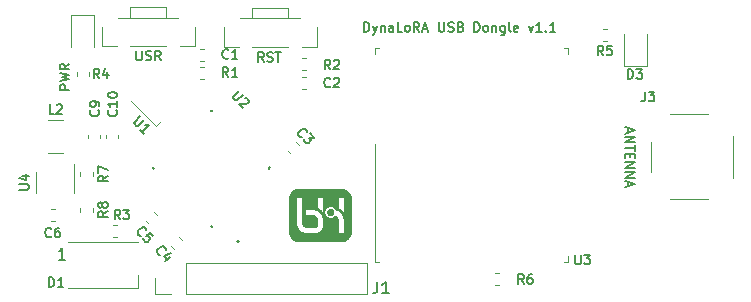
<source format=gbr>
%TF.GenerationSoftware,KiCad,Pcbnew,(5.1.6)-1*%
%TF.CreationDate,2020-12-01T11:19:40+01:00*%
%TF.ProjectId,LoRa_Dongle,4c6f5261-5f44-46f6-9e67-6c652e6b6963,rev?*%
%TF.SameCoordinates,Original*%
%TF.FileFunction,Legend,Top*%
%TF.FilePolarity,Positive*%
%FSLAX46Y46*%
G04 Gerber Fmt 4.6, Leading zero omitted, Abs format (unit mm)*
G04 Created by KiCad (PCBNEW (5.1.6)-1) date 2020-12-01 11:19:40*
%MOMM*%
%LPD*%
G01*
G04 APERTURE LIST*
%ADD10C,0.150000*%
%ADD11C,0.200000*%
%ADD12C,0.127000*%
%ADD13C,0.010000*%
%ADD14C,0.120000*%
%ADD15C,0.100000*%
G04 APERTURE END LIST*
D10*
X52756809Y67837095D02*
X52756809Y68637095D01*
X52947285Y68637095D01*
X53061571Y68599000D01*
X53137761Y68522809D01*
X53175857Y68446619D01*
X53213952Y68294238D01*
X53213952Y68179952D01*
X53175857Y68027571D01*
X53137761Y67951380D01*
X53061571Y67875190D01*
X52947285Y67837095D01*
X52756809Y67837095D01*
X53480619Y68370428D02*
X53671095Y67837095D01*
X53861571Y68370428D02*
X53671095Y67837095D01*
X53594904Y67646619D01*
X53556809Y67608523D01*
X53480619Y67570428D01*
X54166333Y68370428D02*
X54166333Y67837095D01*
X54166333Y68294238D02*
X54204428Y68332333D01*
X54280619Y68370428D01*
X54394904Y68370428D01*
X54471095Y68332333D01*
X54509190Y68256142D01*
X54509190Y67837095D01*
X55233000Y67837095D02*
X55233000Y68256142D01*
X55194904Y68332333D01*
X55118714Y68370428D01*
X54966333Y68370428D01*
X54890142Y68332333D01*
X55233000Y67875190D02*
X55156809Y67837095D01*
X54966333Y67837095D01*
X54890142Y67875190D01*
X54852047Y67951380D01*
X54852047Y68027571D01*
X54890142Y68103761D01*
X54966333Y68141857D01*
X55156809Y68141857D01*
X55233000Y68179952D01*
X55994904Y67837095D02*
X55613952Y67837095D01*
X55613952Y68637095D01*
X56375857Y67837095D02*
X56299666Y67875190D01*
X56261571Y67913285D01*
X56223476Y67989476D01*
X56223476Y68218047D01*
X56261571Y68294238D01*
X56299666Y68332333D01*
X56375857Y68370428D01*
X56490142Y68370428D01*
X56566333Y68332333D01*
X56604428Y68294238D01*
X56642523Y68218047D01*
X56642523Y67989476D01*
X56604428Y67913285D01*
X56566333Y67875190D01*
X56490142Y67837095D01*
X56375857Y67837095D01*
X57442523Y67837095D02*
X57175857Y68218047D01*
X56985380Y67837095D02*
X56985380Y68637095D01*
X57290142Y68637095D01*
X57366333Y68599000D01*
X57404428Y68560904D01*
X57442523Y68484714D01*
X57442523Y68370428D01*
X57404428Y68294238D01*
X57366333Y68256142D01*
X57290142Y68218047D01*
X56985380Y68218047D01*
X57747285Y68065666D02*
X58128238Y68065666D01*
X57671095Y67837095D02*
X57937761Y68637095D01*
X58204428Y67837095D01*
X59080619Y68637095D02*
X59080619Y67989476D01*
X59118714Y67913285D01*
X59156809Y67875190D01*
X59233000Y67837095D01*
X59385380Y67837095D01*
X59461571Y67875190D01*
X59499666Y67913285D01*
X59537761Y67989476D01*
X59537761Y68637095D01*
X59880619Y67875190D02*
X59994904Y67837095D01*
X60185380Y67837095D01*
X60261571Y67875190D01*
X60299666Y67913285D01*
X60337761Y67989476D01*
X60337761Y68065666D01*
X60299666Y68141857D01*
X60261571Y68179952D01*
X60185380Y68218047D01*
X60033000Y68256142D01*
X59956809Y68294238D01*
X59918714Y68332333D01*
X59880619Y68408523D01*
X59880619Y68484714D01*
X59918714Y68560904D01*
X59956809Y68599000D01*
X60033000Y68637095D01*
X60223476Y68637095D01*
X60337761Y68599000D01*
X60947285Y68256142D02*
X61061571Y68218047D01*
X61099666Y68179952D01*
X61137761Y68103761D01*
X61137761Y67989476D01*
X61099666Y67913285D01*
X61061571Y67875190D01*
X60985380Y67837095D01*
X60680619Y67837095D01*
X60680619Y68637095D01*
X60947285Y68637095D01*
X61023476Y68599000D01*
X61061571Y68560904D01*
X61099666Y68484714D01*
X61099666Y68408523D01*
X61061571Y68332333D01*
X61023476Y68294238D01*
X60947285Y68256142D01*
X60680619Y68256142D01*
X62090142Y67837095D02*
X62090142Y68637095D01*
X62280619Y68637095D01*
X62394904Y68599000D01*
X62471095Y68522809D01*
X62509190Y68446619D01*
X62547285Y68294238D01*
X62547285Y68179952D01*
X62509190Y68027571D01*
X62471095Y67951380D01*
X62394904Y67875190D01*
X62280619Y67837095D01*
X62090142Y67837095D01*
X63004428Y67837095D02*
X62928238Y67875190D01*
X62890142Y67913285D01*
X62852047Y67989476D01*
X62852047Y68218047D01*
X62890142Y68294238D01*
X62928238Y68332333D01*
X63004428Y68370428D01*
X63118714Y68370428D01*
X63194904Y68332333D01*
X63233000Y68294238D01*
X63271095Y68218047D01*
X63271095Y67989476D01*
X63233000Y67913285D01*
X63194904Y67875190D01*
X63118714Y67837095D01*
X63004428Y67837095D01*
X63613952Y68370428D02*
X63613952Y67837095D01*
X63613952Y68294238D02*
X63652047Y68332333D01*
X63728238Y68370428D01*
X63842523Y68370428D01*
X63918714Y68332333D01*
X63956809Y68256142D01*
X63956809Y67837095D01*
X64680619Y68370428D02*
X64680619Y67722809D01*
X64642523Y67646619D01*
X64604428Y67608523D01*
X64528238Y67570428D01*
X64413952Y67570428D01*
X64337761Y67608523D01*
X64680619Y67875190D02*
X64604428Y67837095D01*
X64452047Y67837095D01*
X64375857Y67875190D01*
X64337761Y67913285D01*
X64299666Y67989476D01*
X64299666Y68218047D01*
X64337761Y68294238D01*
X64375857Y68332333D01*
X64452047Y68370428D01*
X64604428Y68370428D01*
X64680619Y68332333D01*
X65175857Y67837095D02*
X65099666Y67875190D01*
X65061571Y67951380D01*
X65061571Y68637095D01*
X65785380Y67875190D02*
X65709190Y67837095D01*
X65556809Y67837095D01*
X65480619Y67875190D01*
X65442523Y67951380D01*
X65442523Y68256142D01*
X65480619Y68332333D01*
X65556809Y68370428D01*
X65709190Y68370428D01*
X65785380Y68332333D01*
X65823476Y68256142D01*
X65823476Y68179952D01*
X65442523Y68103761D01*
X66699666Y68370428D02*
X66890142Y67837095D01*
X67080619Y68370428D01*
X67804428Y67837095D02*
X67347285Y67837095D01*
X67575857Y67837095D02*
X67575857Y68637095D01*
X67499666Y68522809D01*
X67423476Y68446619D01*
X67347285Y68408523D01*
X68147285Y67913285D02*
X68185380Y67875190D01*
X68147285Y67837095D01*
X68109190Y67875190D01*
X68147285Y67913285D01*
X68147285Y67837095D01*
X68947285Y67837095D02*
X68490142Y67837095D01*
X68718714Y67837095D02*
X68718714Y68637095D01*
X68642523Y68522809D01*
X68566333Y68446619D01*
X68490142Y68408523D01*
X75101466Y59683342D02*
X75101466Y59302390D01*
X74872895Y59759533D02*
X75672895Y59492866D01*
X74872895Y59226200D01*
X74872895Y58959533D02*
X75672895Y58959533D01*
X74872895Y58502390D01*
X75672895Y58502390D01*
X75672895Y58235723D02*
X75672895Y57778580D01*
X74872895Y58007152D02*
X75672895Y58007152D01*
X75291942Y57511914D02*
X75291942Y57245247D01*
X74872895Y57130961D02*
X74872895Y57511914D01*
X75672895Y57511914D01*
X75672895Y57130961D01*
X74872895Y56788104D02*
X75672895Y56788104D01*
X74872895Y56330961D01*
X75672895Y56330961D01*
X74872895Y55950009D02*
X75672895Y55950009D01*
X74872895Y55492866D01*
X75672895Y55492866D01*
X75101466Y55150009D02*
X75101466Y54769057D01*
X74872895Y55226200D02*
X75672895Y54959533D01*
X74872895Y54692866D01*
X44265904Y65297095D02*
X43999238Y65678047D01*
X43808761Y65297095D02*
X43808761Y66097095D01*
X44113523Y66097095D01*
X44189714Y66059000D01*
X44227809Y66020904D01*
X44265904Y65944714D01*
X44265904Y65830428D01*
X44227809Y65754238D01*
X44189714Y65716142D01*
X44113523Y65678047D01*
X43808761Y65678047D01*
X44570666Y65335190D02*
X44684952Y65297095D01*
X44875428Y65297095D01*
X44951619Y65335190D01*
X44989714Y65373285D01*
X45027809Y65449476D01*
X45027809Y65525666D01*
X44989714Y65601857D01*
X44951619Y65639952D01*
X44875428Y65678047D01*
X44723047Y65716142D01*
X44646857Y65754238D01*
X44608761Y65792333D01*
X44570666Y65868523D01*
X44570666Y65944714D01*
X44608761Y66020904D01*
X44646857Y66059000D01*
X44723047Y66097095D01*
X44913523Y66097095D01*
X45027809Y66059000D01*
X45256380Y66097095D02*
X45713523Y66097095D01*
X45484952Y65297095D02*
X45484952Y66097095D01*
X33483676Y66224095D02*
X33483676Y65576476D01*
X33521771Y65500285D01*
X33559866Y65462190D01*
X33636057Y65424095D01*
X33788438Y65424095D01*
X33864628Y65462190D01*
X33902723Y65500285D01*
X33940819Y65576476D01*
X33940819Y66224095D01*
X34283676Y65462190D02*
X34397961Y65424095D01*
X34588438Y65424095D01*
X34664628Y65462190D01*
X34702723Y65500285D01*
X34740819Y65576476D01*
X34740819Y65652666D01*
X34702723Y65728857D01*
X34664628Y65766952D01*
X34588438Y65805047D01*
X34436057Y65843142D01*
X34359866Y65881238D01*
X34321771Y65919333D01*
X34283676Y65995523D01*
X34283676Y66071714D01*
X34321771Y66147904D01*
X34359866Y66186000D01*
X34436057Y66224095D01*
X34626533Y66224095D01*
X34740819Y66186000D01*
X35540819Y65424095D02*
X35274152Y65805047D01*
X35083676Y65424095D02*
X35083676Y66224095D01*
X35388438Y66224095D01*
X35464628Y66186000D01*
X35502723Y66147904D01*
X35540819Y66071714D01*
X35540819Y65957428D01*
X35502723Y65881238D01*
X35464628Y65843142D01*
X35388438Y65805047D01*
X35083676Y65805047D01*
X27793904Y62941333D02*
X26993904Y62941333D01*
X26993904Y63246095D01*
X27032000Y63322285D01*
X27070095Y63360380D01*
X27146285Y63398476D01*
X27260571Y63398476D01*
X27336761Y63360380D01*
X27374857Y63322285D01*
X27412952Y63246095D01*
X27412952Y62941333D01*
X26993904Y63665142D02*
X27793904Y63855619D01*
X27222476Y64008000D01*
X27793904Y64160380D01*
X26993904Y64350857D01*
X27793904Y65112761D02*
X27412952Y64846095D01*
X27793904Y64655619D02*
X26993904Y64655619D01*
X26993904Y64960380D01*
X27032000Y65036571D01*
X27070095Y65074666D01*
X27146285Y65112761D01*
X27260571Y65112761D01*
X27336761Y65074666D01*
X27374857Y65036571D01*
X27412952Y64960380D01*
X27412952Y64655619D01*
D11*
%TO.C,U2*%
X42201200Y50078002D02*
G75*
G03*
X42201200Y50078002I-100000J0D01*
G01*
D12*
X39852600Y61236147D02*
X39926846Y61161901D01*
X34902853Y56286400D02*
X34977099Y56212154D01*
X44802347Y56286400D02*
X44728101Y56360646D01*
X39852600Y51336653D02*
X39778354Y51410899D01*
X39852600Y61236147D02*
X39778354Y61161901D01*
X34902853Y56286400D02*
X34977099Y56360646D01*
X44802347Y56286400D02*
X44728101Y56212154D01*
X39852600Y51336653D02*
X39926846Y51410899D01*
D13*
%TO.C,G\u002A\u002A\u002A*%
G36*
X49117953Y54558047D02*
G01*
X49165849Y54558045D01*
X49213654Y54558042D01*
X49261338Y54558039D01*
X49308871Y54558034D01*
X49356223Y54558029D01*
X49403364Y54558024D01*
X49450263Y54558017D01*
X49496890Y54558010D01*
X49543216Y54558002D01*
X49589209Y54557993D01*
X49634839Y54557983D01*
X49680077Y54557973D01*
X49724891Y54557962D01*
X49769252Y54557950D01*
X49813130Y54557937D01*
X49856495Y54557924D01*
X49899315Y54557910D01*
X49941561Y54557895D01*
X49983202Y54557879D01*
X50024209Y54557862D01*
X50064551Y54557845D01*
X50104198Y54557827D01*
X50143120Y54557808D01*
X50181286Y54557789D01*
X50218666Y54557768D01*
X50255231Y54557747D01*
X50290949Y54557725D01*
X50325790Y54557703D01*
X50359725Y54557679D01*
X50392722Y54557655D01*
X50424753Y54557630D01*
X50455786Y54557604D01*
X50485791Y54557578D01*
X50514739Y54557551D01*
X50542598Y54557523D01*
X50569339Y54557494D01*
X50594931Y54557464D01*
X50619345Y54557434D01*
X50642549Y54557403D01*
X50664514Y54557371D01*
X50685210Y54557338D01*
X50704606Y54557305D01*
X50722671Y54557271D01*
X50739377Y54557236D01*
X50754692Y54557200D01*
X50768586Y54557164D01*
X50781030Y54557126D01*
X50791992Y54557088D01*
X50801442Y54557050D01*
X50809352Y54557010D01*
X50815689Y54556970D01*
X50820424Y54556929D01*
X50823527Y54556887D01*
X50824967Y54556844D01*
X50824977Y54556843D01*
X50857921Y54553895D01*
X50889617Y54550099D01*
X50920310Y54545408D01*
X50950245Y54539774D01*
X50979665Y54533148D01*
X51008817Y54525483D01*
X51037945Y54516730D01*
X51050878Y54512501D01*
X51086884Y54499554D01*
X51122247Y54485058D01*
X51156916Y54469054D01*
X51190843Y54451577D01*
X51223977Y54432669D01*
X51256268Y54412365D01*
X51287666Y54390706D01*
X51318122Y54367728D01*
X51347585Y54343471D01*
X51376005Y54317972D01*
X51403333Y54291271D01*
X51429519Y54263405D01*
X51454512Y54234412D01*
X51478263Y54204331D01*
X51500721Y54173201D01*
X51508798Y54161267D01*
X51529785Y54128204D01*
X51549208Y54094507D01*
X51567059Y54060189D01*
X51583334Y54025266D01*
X51598026Y53989752D01*
X51611130Y53953661D01*
X51622639Y53917009D01*
X51632549Y53879810D01*
X51640853Y53842078D01*
X51646254Y53812034D01*
X51647747Y53802594D01*
X51649084Y53793589D01*
X51650301Y53784712D01*
X51651436Y53775653D01*
X51652525Y53766104D01*
X51653606Y53755758D01*
X51654716Y53744306D01*
X51655765Y53732853D01*
X51655824Y53732110D01*
X51655882Y53731213D01*
X51655939Y53730138D01*
X51655993Y53728860D01*
X51656046Y53727356D01*
X51656098Y53725601D01*
X51656148Y53723571D01*
X51656197Y53721241D01*
X51656244Y53718588D01*
X51656290Y53715586D01*
X51656334Y53712213D01*
X51656377Y53708443D01*
X51656419Y53704253D01*
X51656459Y53699617D01*
X51656498Y53694513D01*
X51656536Y53688915D01*
X51656572Y53682799D01*
X51656608Y53676141D01*
X51656642Y53668918D01*
X51656675Y53661103D01*
X51656707Y53652674D01*
X51656738Y53643606D01*
X51656768Y53633875D01*
X51656797Y53623457D01*
X51656824Y53612326D01*
X51656851Y53600460D01*
X51656877Y53587834D01*
X51656902Y53574423D01*
X51656927Y53560203D01*
X51656950Y53545150D01*
X51656973Y53529240D01*
X51656995Y53512449D01*
X51657016Y53494751D01*
X51657036Y53476124D01*
X51657056Y53456543D01*
X51657075Y53435983D01*
X51657093Y53414420D01*
X51657111Y53391830D01*
X51657128Y53368189D01*
X51657145Y53343472D01*
X51657161Y53317656D01*
X51657177Y53290716D01*
X51657192Y53262627D01*
X51657207Y53233366D01*
X51657221Y53202907D01*
X51657236Y53171228D01*
X51657249Y53138304D01*
X51657263Y53104110D01*
X51657276Y53068622D01*
X51657289Y53031816D01*
X51657302Y52993668D01*
X51657314Y52954153D01*
X51657327Y52913247D01*
X51657339Y52870926D01*
X51657351Y52827166D01*
X51657363Y52781943D01*
X51657375Y52735231D01*
X51657387Y52687007D01*
X51657399Y52637247D01*
X51657412Y52585927D01*
X51657424Y52533021D01*
X51657436Y52478506D01*
X51657449Y52422358D01*
X51657461Y52364552D01*
X51657467Y52336700D01*
X51657481Y52273043D01*
X51657493Y52211065D01*
X51657504Y52150753D01*
X51657514Y52092093D01*
X51657523Y52035071D01*
X51657531Y51979674D01*
X51657538Y51925886D01*
X51657543Y51873696D01*
X51657548Y51823088D01*
X51657551Y51774049D01*
X51657553Y51726565D01*
X51657554Y51680623D01*
X51657554Y51636208D01*
X51657552Y51593307D01*
X51657550Y51551906D01*
X51657546Y51511991D01*
X51657541Y51473548D01*
X51657535Y51436564D01*
X51657527Y51401024D01*
X51657519Y51366916D01*
X51657509Y51334224D01*
X51657498Y51302935D01*
X51657485Y51273036D01*
X51657472Y51244513D01*
X51657457Y51217351D01*
X51657441Y51191537D01*
X51657424Y51167058D01*
X51657405Y51143898D01*
X51657385Y51122045D01*
X51657364Y51101485D01*
X51657342Y51082204D01*
X51657318Y51064188D01*
X51657293Y51047423D01*
X51657267Y51031895D01*
X51657239Y51017591D01*
X51657210Y51004497D01*
X51657180Y50992599D01*
X51657148Y50981883D01*
X51657116Y50972335D01*
X51657081Y50963942D01*
X51657046Y50956690D01*
X51657009Y50950564D01*
X51656971Y50945552D01*
X51656931Y50941639D01*
X51656890Y50938811D01*
X51656847Y50937055D01*
X51656835Y50936737D01*
X51654133Y50897677D01*
X51649788Y50859001D01*
X51643806Y50820735D01*
X51636194Y50782903D01*
X51626961Y50745531D01*
X51616114Y50708644D01*
X51603661Y50672268D01*
X51589610Y50636427D01*
X51573967Y50601148D01*
X51556741Y50566455D01*
X51537940Y50532374D01*
X51531753Y50521870D01*
X51511333Y50489372D01*
X51489514Y50457797D01*
X51466347Y50427195D01*
X51441882Y50397614D01*
X51416170Y50369103D01*
X51389262Y50341710D01*
X51361207Y50315484D01*
X51332057Y50290474D01*
X51301862Y50266728D01*
X51270673Y50244295D01*
X51238540Y50223223D01*
X51205515Y50203562D01*
X51193700Y50196993D01*
X51159160Y50179089D01*
X51124061Y50162782D01*
X51088418Y50148077D01*
X51052242Y50134977D01*
X51015544Y50123486D01*
X50978338Y50113606D01*
X50940636Y50105342D01*
X50902449Y50098697D01*
X50863790Y50093674D01*
X50824672Y50090276D01*
X50814394Y50089658D01*
X50813040Y50089630D01*
X50810024Y50089603D01*
X50805375Y50089576D01*
X50799124Y50089550D01*
X50791301Y50089525D01*
X50781936Y50089500D01*
X50771060Y50089475D01*
X50758702Y50089451D01*
X50744894Y50089428D01*
X50729665Y50089405D01*
X50713045Y50089382D01*
X50695066Y50089360D01*
X50675756Y50089339D01*
X50655148Y50089318D01*
X50633270Y50089298D01*
X50610153Y50089278D01*
X50585827Y50089259D01*
X50560323Y50089240D01*
X50533671Y50089222D01*
X50505901Y50089205D01*
X50477044Y50089187D01*
X50447129Y50089171D01*
X50416187Y50089155D01*
X50384249Y50089139D01*
X50351344Y50089124D01*
X50317503Y50089110D01*
X50282756Y50089096D01*
X50247134Y50089082D01*
X50210666Y50089069D01*
X50173383Y50089057D01*
X50135315Y50089045D01*
X50096493Y50089034D01*
X50056947Y50089023D01*
X50016707Y50089012D01*
X49975803Y50089003D01*
X49934266Y50088993D01*
X49892126Y50088984D01*
X49849413Y50088976D01*
X49806158Y50088968D01*
X49762390Y50088961D01*
X49718141Y50088954D01*
X49673439Y50088948D01*
X49628317Y50088942D01*
X49582803Y50088937D01*
X49536928Y50088932D01*
X49490723Y50088928D01*
X49444218Y50088924D01*
X49397443Y50088921D01*
X49350427Y50088918D01*
X49303203Y50088916D01*
X49255799Y50088915D01*
X49208247Y50088913D01*
X49160576Y50088913D01*
X49112816Y50088912D01*
X49064999Y50088913D01*
X49017153Y50088914D01*
X48969311Y50088915D01*
X48921501Y50088917D01*
X48873754Y50088919D01*
X48826101Y50088922D01*
X48778571Y50088925D01*
X48731195Y50088929D01*
X48684004Y50088933D01*
X48637027Y50088938D01*
X48590294Y50088943D01*
X48543837Y50088949D01*
X48497685Y50088956D01*
X48451869Y50088962D01*
X48406418Y50088970D01*
X48361364Y50088977D01*
X48316736Y50088986D01*
X48272565Y50088994D01*
X48228881Y50089004D01*
X48185714Y50089013D01*
X48143095Y50089024D01*
X48101053Y50089034D01*
X48059620Y50089046D01*
X48018825Y50089057D01*
X47978699Y50089069D01*
X47939272Y50089082D01*
X47900574Y50089095D01*
X47862636Y50089109D01*
X47825487Y50089123D01*
X47789159Y50089138D01*
X47753681Y50089153D01*
X47719083Y50089168D01*
X47685397Y50089184D01*
X47652651Y50089201D01*
X47620878Y50089218D01*
X47590105Y50089235D01*
X47560365Y50089253D01*
X47531688Y50089272D01*
X47504103Y50089291D01*
X47477641Y50089310D01*
X47452332Y50089330D01*
X47428206Y50089350D01*
X47405294Y50089371D01*
X47383626Y50089392D01*
X47363233Y50089414D01*
X47344144Y50089436D01*
X47326390Y50089459D01*
X47310001Y50089482D01*
X47295007Y50089506D01*
X47281439Y50089530D01*
X47269327Y50089555D01*
X47258702Y50089580D01*
X47249593Y50089605D01*
X47242030Y50089631D01*
X47236045Y50089658D01*
X47231667Y50089685D01*
X47228927Y50089712D01*
X47227914Y50089735D01*
X47189177Y50092741D01*
X47150755Y50097402D01*
X47112694Y50103699D01*
X47075037Y50111618D01*
X47037830Y50121139D01*
X47001117Y50132247D01*
X46964943Y50144925D01*
X46929353Y50159154D01*
X46894391Y50174918D01*
X46860102Y50192201D01*
X46826532Y50210985D01*
X46793724Y50231252D01*
X46761723Y50252987D01*
X46730575Y50276171D01*
X46722793Y50282298D01*
X46693099Y50307019D01*
X46664550Y50332970D01*
X46637183Y50360102D01*
X46611032Y50388366D01*
X46586136Y50417713D01*
X46562531Y50448092D01*
X46540252Y50479456D01*
X46519337Y50511754D01*
X46499821Y50544937D01*
X46481742Y50578957D01*
X46465136Y50613764D01*
X46450038Y50649308D01*
X46448533Y50653103D01*
X46435166Y50689300D01*
X46423446Y50725849D01*
X46413364Y50762778D01*
X46404916Y50800115D01*
X46398096Y50837888D01*
X46392897Y50876125D01*
X46389314Y50914855D01*
X46388012Y50936737D01*
X46387970Y50938176D01*
X46387928Y50940682D01*
X46387888Y50944270D01*
X46387849Y50948953D01*
X46387812Y50954745D01*
X46387776Y50961660D01*
X46387742Y50969712D01*
X46387708Y50978913D01*
X46387676Y50989279D01*
X46387646Y51000823D01*
X46387616Y51013559D01*
X46387588Y51027501D01*
X46387562Y51042662D01*
X46387536Y51059057D01*
X46387512Y51076698D01*
X46387489Y51095601D01*
X46387468Y51115778D01*
X46387448Y51137244D01*
X46387429Y51160012D01*
X46387411Y51184096D01*
X46387395Y51209511D01*
X46387380Y51236269D01*
X46387366Y51264385D01*
X46387353Y51293872D01*
X46387341Y51324745D01*
X46387331Y51357017D01*
X46387322Y51390701D01*
X46387315Y51425812D01*
X46387308Y51462364D01*
X46387303Y51500371D01*
X46387298Y51539845D01*
X46387295Y51580801D01*
X46387294Y51623254D01*
X46387293Y51667215D01*
X46387294Y51712701D01*
X46387295Y51759723D01*
X46387298Y51808297D01*
X46387302Y51858435D01*
X46387308Y51910152D01*
X46387314Y51963462D01*
X46387321Y52018378D01*
X46387330Y52074914D01*
X46387340Y52133084D01*
X46387351Y52192901D01*
X46387363Y52254381D01*
X46387376Y52317535D01*
X46387380Y52336700D01*
X46387392Y52395296D01*
X46387405Y52452223D01*
X46387417Y52507506D01*
X46387430Y52561167D01*
X46387442Y52613233D01*
X46387454Y52663726D01*
X46387466Y52712671D01*
X46387478Y52760093D01*
X46387490Y52806016D01*
X46387502Y52850463D01*
X46387515Y52893460D01*
X46387527Y52935030D01*
X46387539Y52975198D01*
X46387552Y53013988D01*
X46387565Y53051424D01*
X46387578Y53087531D01*
X46387591Y53122332D01*
X46387605Y53155853D01*
X46387619Y53188116D01*
X46387633Y53219148D01*
X46387648Y53248970D01*
X46387663Y53277609D01*
X46387678Y53305088D01*
X46387694Y53331432D01*
X46387711Y53356664D01*
X46387728Y53380810D01*
X46387745Y53403893D01*
X46387763Y53425937D01*
X46387782Y53446967D01*
X46387802Y53467007D01*
X46387822Y53486081D01*
X46387842Y53504214D01*
X46387864Y53521430D01*
X46387886Y53537753D01*
X46387909Y53553207D01*
X46387933Y53567817D01*
X46387958Y53581606D01*
X46387983Y53594600D01*
X46388010Y53606822D01*
X46388037Y53618296D01*
X46388066Y53629047D01*
X46388095Y53639100D01*
X46388125Y53648478D01*
X46388157Y53657205D01*
X46388189Y53665306D01*
X46388223Y53672806D01*
X46388258Y53679727D01*
X46388294Y53686096D01*
X46388331Y53691935D01*
X46388370Y53697269D01*
X46388409Y53702123D01*
X46388450Y53706520D01*
X46388493Y53710485D01*
X46388536Y53714043D01*
X46388581Y53717217D01*
X46388628Y53720031D01*
X46388676Y53722510D01*
X46388725Y53724679D01*
X46388776Y53726561D01*
X46388828Y53728180D01*
X46388882Y53729562D01*
X46388938Y53730730D01*
X46388995Y53731708D01*
X46389054Y53732521D01*
X46389082Y53732853D01*
X46390249Y53745558D01*
X46391354Y53756881D01*
X46392434Y53767130D01*
X46393527Y53776613D01*
X46394668Y53785638D01*
X46395896Y53794515D01*
X46397248Y53803551D01*
X46398593Y53812034D01*
X46403516Y53838687D01*
X46990835Y53838687D01*
X46991076Y52731882D01*
X46991087Y52679557D01*
X46991098Y52628898D01*
X46991109Y52579878D01*
X46991121Y52532469D01*
X46991132Y52486645D01*
X46991143Y52442377D01*
X46991154Y52399639D01*
X46991165Y52358403D01*
X46991176Y52318643D01*
X46991187Y52280330D01*
X46991199Y52243437D01*
X46991211Y52207938D01*
X46991223Y52173805D01*
X46991235Y52141010D01*
X46991248Y52109526D01*
X46991262Y52079327D01*
X46991275Y52050384D01*
X46991289Y52022671D01*
X46991304Y51996160D01*
X46991319Y51970824D01*
X46991335Y51946635D01*
X46991352Y51923567D01*
X46991369Y51901591D01*
X46991387Y51880682D01*
X46991406Y51860811D01*
X46991425Y51841951D01*
X46991446Y51824074D01*
X46991467Y51807155D01*
X46991489Y51791165D01*
X46991513Y51776076D01*
X46991537Y51761863D01*
X46991562Y51748496D01*
X46991589Y51735950D01*
X46991616Y51724197D01*
X46991645Y51713210D01*
X46991675Y51702960D01*
X46991707Y51693422D01*
X46991739Y51684567D01*
X46991773Y51676369D01*
X46991809Y51668800D01*
X46991845Y51661833D01*
X46991884Y51655440D01*
X46991923Y51649595D01*
X46991965Y51644269D01*
X46992008Y51639436D01*
X46992052Y51635069D01*
X46992099Y51631140D01*
X46992147Y51627621D01*
X46992196Y51624486D01*
X46992248Y51621708D01*
X46992302Y51619258D01*
X46992357Y51617110D01*
X46992414Y51615237D01*
X46992473Y51613610D01*
X46992535Y51612203D01*
X46992598Y51610989D01*
X46992663Y51609940D01*
X46992731Y51609029D01*
X46992770Y51608567D01*
X46995559Y51580464D01*
X46998879Y51553693D01*
X47002787Y51527962D01*
X47007339Y51502979D01*
X47012589Y51478449D01*
X47018595Y51454081D01*
X47025411Y51429582D01*
X47029524Y51415950D01*
X47038772Y51387999D01*
X47049289Y51359655D01*
X47060893Y51331347D01*
X47073403Y51303500D01*
X47086636Y51276544D01*
X47097142Y51256777D01*
X47116182Y51223951D01*
X47136640Y51192021D01*
X47158469Y51161034D01*
X47181622Y51131037D01*
X47206051Y51102077D01*
X47231709Y51074201D01*
X47258550Y51047456D01*
X47286526Y51021890D01*
X47315589Y50997549D01*
X47345692Y50974480D01*
X47376789Y50952732D01*
X47408832Y50932350D01*
X47440618Y50914015D01*
X47473729Y50896797D01*
X47507633Y50881026D01*
X47542237Y50866729D01*
X47577447Y50853934D01*
X47613169Y50842667D01*
X47649311Y50832956D01*
X47685779Y50824828D01*
X47722479Y50818310D01*
X47759317Y50813430D01*
X47796201Y50810215D01*
X47796874Y50810172D01*
X47801976Y50809848D01*
X47806865Y50809536D01*
X47811124Y50809264D01*
X47814337Y50809057D01*
X47815500Y50808982D01*
X47816924Y50808946D01*
X47819979Y50808913D01*
X47824604Y50808884D01*
X47830737Y50808858D01*
X47838316Y50808836D01*
X47847280Y50808818D01*
X47857566Y50808802D01*
X47869113Y50808790D01*
X47881859Y50808781D01*
X47895742Y50808774D01*
X47910701Y50808771D01*
X47926674Y50808771D01*
X47943598Y50808773D01*
X47961413Y50808778D01*
X47980056Y50808786D01*
X47999465Y50808796D01*
X48019579Y50808808D01*
X48040337Y50808823D01*
X48061675Y50808840D01*
X48083533Y50808859D01*
X48105849Y50808881D01*
X48128561Y50808904D01*
X48151606Y50808929D01*
X48174924Y50808956D01*
X48198453Y50808985D01*
X48222130Y50809015D01*
X48245894Y50809047D01*
X48269683Y50809080D01*
X48293436Y50809115D01*
X48317090Y50809151D01*
X48340584Y50809188D01*
X48363856Y50809227D01*
X48386845Y50809266D01*
X48409488Y50809306D01*
X48431723Y50809348D01*
X48453490Y50809390D01*
X48474725Y50809432D01*
X48495368Y50809476D01*
X48515356Y50809519D01*
X48534629Y50809564D01*
X48553123Y50809608D01*
X48570777Y50809653D01*
X48587530Y50809698D01*
X48603319Y50809743D01*
X48618084Y50809789D01*
X48631761Y50809834D01*
X48644290Y50809879D01*
X48655608Y50809923D01*
X48665654Y50809968D01*
X48674365Y50810012D01*
X48681681Y50810055D01*
X48687540Y50810098D01*
X48691878Y50810140D01*
X48694636Y50810182D01*
X48695378Y50810201D01*
X48721036Y50811595D01*
X48745688Y50813923D01*
X48765460Y50816587D01*
X48796264Y50822197D01*
X48826571Y50829407D01*
X48856328Y50838184D01*
X48885481Y50848493D01*
X48913979Y50860301D01*
X48941767Y50873574D01*
X48968792Y50888279D01*
X48995002Y50904380D01*
X49020343Y50921845D01*
X49044762Y50940640D01*
X49068207Y50960731D01*
X49090623Y50982083D01*
X49111959Y51004664D01*
X49132160Y51028439D01*
X49151173Y51053374D01*
X49162359Y51069427D01*
X49179127Y51095865D01*
X49194451Y51123157D01*
X49208293Y51151221D01*
X49220616Y51179974D01*
X49231385Y51209334D01*
X49240562Y51239221D01*
X49243428Y51249935D01*
X49247879Y51268327D01*
X49251654Y51286370D01*
X49254820Y51304487D01*
X49257447Y51323102D01*
X49259603Y51342637D01*
X49260936Y51357953D01*
X49261039Y51360127D01*
X49261137Y51363920D01*
X49261230Y51369259D01*
X49261319Y51376069D01*
X49261403Y51384276D01*
X49261483Y51393807D01*
X49261558Y51404587D01*
X49261629Y51416543D01*
X49261695Y51429601D01*
X49261756Y51443686D01*
X49261813Y51458725D01*
X49261865Y51474644D01*
X49261912Y51491368D01*
X49261955Y51508824D01*
X49261994Y51526938D01*
X49262027Y51545636D01*
X49262057Y51564844D01*
X49262081Y51584487D01*
X49262101Y51604493D01*
X49262117Y51624787D01*
X49262128Y51645294D01*
X49262134Y51665942D01*
X49262135Y51686656D01*
X49262132Y51707362D01*
X49262125Y51727986D01*
X49262113Y51748454D01*
X49262096Y51768693D01*
X49262075Y51788628D01*
X49262049Y51808185D01*
X49262018Y51827290D01*
X49261983Y51845870D01*
X49261943Y51863850D01*
X49261899Y51881157D01*
X49261850Y51897716D01*
X49261796Y51913454D01*
X49261738Y51928296D01*
X49261676Y51942169D01*
X49261608Y51954999D01*
X49261536Y51966711D01*
X49261460Y51977232D01*
X49261379Y51986487D01*
X49261293Y51994404D01*
X49261202Y52000907D01*
X49261107Y52005923D01*
X49261008Y52009378D01*
X49260942Y52010733D01*
X49258524Y52041372D01*
X49255394Y52070623D01*
X49251531Y52098646D01*
X49246914Y52125600D01*
X49243095Y52144507D01*
X49234162Y52182031D01*
X49223670Y52218901D01*
X49211624Y52255101D01*
X49198033Y52290616D01*
X49182905Y52325432D01*
X49166247Y52359532D01*
X49148067Y52392902D01*
X49128372Y52425527D01*
X49107169Y52457391D01*
X49084468Y52488480D01*
X49060274Y52518778D01*
X49046948Y52534397D01*
X49042173Y52539731D01*
X49036355Y52546002D01*
X49029701Y52553003D01*
X49022418Y52560528D01*
X49014712Y52568370D01*
X49006790Y52576323D01*
X48998858Y52584180D01*
X48991124Y52591735D01*
X48983792Y52598780D01*
X48977071Y52605110D01*
X48971166Y52610517D01*
X48968237Y52613115D01*
X48938365Y52638101D01*
X48907709Y52661589D01*
X48876290Y52683570D01*
X48844132Y52704036D01*
X48811257Y52722976D01*
X48777688Y52740382D01*
X48743448Y52756245D01*
X48708560Y52770554D01*
X48673046Y52783302D01*
X48636930Y52794479D01*
X48600233Y52804075D01*
X48562979Y52812082D01*
X48525191Y52818490D01*
X48486891Y52823290D01*
X48448101Y52826473D01*
X48439494Y52826956D01*
X48437318Y52827022D01*
X48433522Y52827084D01*
X48428181Y52827141D01*
X48421366Y52827193D01*
X48413151Y52827241D01*
X48403611Y52827285D01*
X48392817Y52827324D01*
X48380845Y52827358D01*
X48367767Y52827388D01*
X48353656Y52827414D01*
X48338586Y52827436D01*
X48322632Y52827454D01*
X48305865Y52827467D01*
X48288359Y52827477D01*
X48270188Y52827482D01*
X48251426Y52827484D01*
X48232145Y52827482D01*
X48212420Y52827476D01*
X48192323Y52827467D01*
X48171929Y52827454D01*
X48151310Y52827437D01*
X48130539Y52827417D01*
X48109692Y52827394D01*
X48088840Y52827367D01*
X48068057Y52827337D01*
X48047417Y52827304D01*
X48026994Y52827267D01*
X48006860Y52827228D01*
X47987089Y52827185D01*
X47967754Y52827140D01*
X47948930Y52827091D01*
X47930689Y52827040D01*
X47913105Y52826986D01*
X47896251Y52826930D01*
X47880201Y52826870D01*
X47865028Y52826809D01*
X47850805Y52826744D01*
X47837607Y52826678D01*
X47825506Y52826609D01*
X47814576Y52826537D01*
X47804891Y52826463D01*
X47796523Y52826388D01*
X47796239Y52826385D01*
X47745227Y52825871D01*
X47745227Y52324661D01*
X47861009Y52325183D01*
X47873202Y52325235D01*
X47886948Y52325287D01*
X47902104Y52325340D01*
X47918532Y52325392D01*
X47936088Y52325444D01*
X47954632Y52325495D01*
X47974024Y52325545D01*
X47994121Y52325594D01*
X48014784Y52325641D01*
X48035871Y52325686D01*
X48057240Y52325728D01*
X48078751Y52325768D01*
X48100264Y52325805D01*
X48121636Y52325838D01*
X48142727Y52325868D01*
X48163395Y52325894D01*
X48179567Y52325911D01*
X48201671Y52325934D01*
X48222152Y52325955D01*
X48241080Y52325973D01*
X48258524Y52325987D01*
X48274555Y52325996D01*
X48289243Y52325999D01*
X48302657Y52325994D01*
X48314868Y52325981D01*
X48325946Y52325958D01*
X48335960Y52325925D01*
X48344981Y52325880D01*
X48353078Y52325822D01*
X48360323Y52325750D01*
X48366784Y52325663D01*
X48372531Y52325559D01*
X48377635Y52325439D01*
X48382166Y52325300D01*
X48386194Y52325141D01*
X48389788Y52324962D01*
X48393019Y52324761D01*
X48395956Y52324537D01*
X48398670Y52324289D01*
X48401231Y52324016D01*
X48403709Y52323717D01*
X48406173Y52323391D01*
X48408693Y52323036D01*
X48411341Y52322652D01*
X48414185Y52322237D01*
X48414517Y52322189D01*
X48439848Y52317673D01*
X48464705Y52311562D01*
X48489023Y52303904D01*
X48512735Y52294747D01*
X48535776Y52284140D01*
X48558081Y52272131D01*
X48579584Y52258768D01*
X48600219Y52244100D01*
X48619921Y52228174D01*
X48638625Y52211039D01*
X48656264Y52192742D01*
X48672774Y52173333D01*
X48688089Y52152860D01*
X48702142Y52131370D01*
X48714870Y52108912D01*
X48721037Y52096670D01*
X48731376Y52073558D01*
X48740137Y52050281D01*
X48747365Y52026666D01*
X48753109Y52002542D01*
X48757415Y51977734D01*
X48760330Y51952069D01*
X48760345Y51951890D01*
X48760441Y51949883D01*
X48760532Y51946197D01*
X48760617Y51940846D01*
X48760697Y51933844D01*
X48760771Y51925206D01*
X48760839Y51914946D01*
X48760902Y51903077D01*
X48760958Y51889614D01*
X48761009Y51874572D01*
X48761055Y51857965D01*
X48761094Y51839806D01*
X48761127Y51820110D01*
X48761154Y51798891D01*
X48761176Y51776163D01*
X48761191Y51751941D01*
X48761200Y51726239D01*
X48761203Y51699071D01*
X48761203Y51697043D01*
X48761202Y51672574D01*
X48761202Y51649737D01*
X48761201Y51628474D01*
X48761199Y51608725D01*
X48761194Y51590429D01*
X48761185Y51573527D01*
X48761172Y51557958D01*
X48761153Y51543663D01*
X48761128Y51530582D01*
X48761096Y51518655D01*
X48761056Y51507822D01*
X48761006Y51498022D01*
X48760946Y51489197D01*
X48760875Y51481286D01*
X48760793Y51474229D01*
X48760697Y51467966D01*
X48760588Y51462438D01*
X48760464Y51457584D01*
X48760324Y51453344D01*
X48760167Y51449659D01*
X48759993Y51446468D01*
X48759801Y51443712D01*
X48759589Y51441330D01*
X48759357Y51439264D01*
X48759103Y51437452D01*
X48758827Y51435834D01*
X48758528Y51434352D01*
X48758205Y51432944D01*
X48757857Y51431552D01*
X48757483Y51430114D01*
X48757082Y51428572D01*
X48757015Y51428310D01*
X48752228Y51412885D01*
X48745982Y51398222D01*
X48738362Y51384405D01*
X48729452Y51371514D01*
X48719339Y51359631D01*
X48708105Y51348839D01*
X48695837Y51339219D01*
X48682620Y51330852D01*
X48668538Y51323821D01*
X48653676Y51318207D01*
X48638460Y51314164D01*
X48635821Y51313626D01*
X48633312Y51313180D01*
X48630719Y51312815D01*
X48627833Y51312515D01*
X48624441Y51312267D01*
X48620334Y51312056D01*
X48615298Y51311870D01*
X48609124Y51311695D01*
X48601600Y51311516D01*
X48596127Y51311396D01*
X48591963Y51311324D01*
X48586280Y51311253D01*
X48579146Y51311183D01*
X48570630Y51311115D01*
X48560800Y51311047D01*
X48549726Y51310981D01*
X48537475Y51310916D01*
X48524117Y51310853D01*
X48509720Y51310791D01*
X48494353Y51310731D01*
X48478084Y51310673D01*
X48460983Y51310616D01*
X48443117Y51310561D01*
X48424556Y51310509D01*
X48405368Y51310458D01*
X48385622Y51310410D01*
X48365386Y51310364D01*
X48344730Y51310320D01*
X48323721Y51310278D01*
X48302429Y51310239D01*
X48280923Y51310203D01*
X48259270Y51310170D01*
X48237539Y51310139D01*
X48215800Y51310111D01*
X48194121Y51310085D01*
X48172570Y51310063D01*
X48151217Y51310044D01*
X48130129Y51310029D01*
X48109376Y51310016D01*
X48089026Y51310007D01*
X48069148Y51310001D01*
X48049811Y51309999D01*
X48031083Y51310000D01*
X48013033Y51310005D01*
X47995729Y51310014D01*
X47979241Y51310027D01*
X47963636Y51310044D01*
X47948984Y51310064D01*
X47935353Y51310089D01*
X47922813Y51310118D01*
X47911430Y51310151D01*
X47901275Y51310189D01*
X47892416Y51310231D01*
X47884922Y51310278D01*
X47878861Y51310329D01*
X47874302Y51310385D01*
X47871313Y51310446D01*
X47870110Y51310497D01*
X47843497Y51313373D01*
X47817459Y51317842D01*
X47792009Y51323896D01*
X47767163Y51331531D01*
X47742935Y51340741D01*
X47719338Y51351519D01*
X47696388Y51363860D01*
X47674100Y51377759D01*
X47652486Y51393209D01*
X47638124Y51404646D01*
X47633559Y51408589D01*
X47628153Y51413506D01*
X47622195Y51419111D01*
X47615976Y51425121D01*
X47609788Y51431250D01*
X47603920Y51437214D01*
X47598665Y51442728D01*
X47594312Y51447507D01*
X47594143Y51447700D01*
X47577598Y51467789D01*
X47562365Y51488856D01*
X47548507Y51510793D01*
X47536086Y51533488D01*
X47525167Y51556834D01*
X47515811Y51580721D01*
X47513343Y51587903D01*
X47506241Y51611640D01*
X47500651Y51635680D01*
X47496523Y51660269D01*
X47494181Y51681159D01*
X47494120Y51681990D01*
X47494061Y51683107D01*
X47494004Y51684534D01*
X47493950Y51686300D01*
X47493897Y51688431D01*
X47493845Y51690954D01*
X47493796Y51693896D01*
X47493748Y51697283D01*
X47493702Y51701144D01*
X47493658Y51705503D01*
X47493616Y51710390D01*
X47493575Y51715829D01*
X47493535Y51721849D01*
X47493498Y51728477D01*
X47493461Y51735738D01*
X47493427Y51743660D01*
X47493394Y51752271D01*
X47493362Y51761596D01*
X47493332Y51771662D01*
X47493303Y51782498D01*
X47493275Y51794128D01*
X47493249Y51806582D01*
X47493224Y51819884D01*
X47493200Y51834063D01*
X47493178Y51849145D01*
X47493157Y51865157D01*
X47493137Y51882125D01*
X47493118Y51900078D01*
X47493100Y51919041D01*
X47493083Y51939042D01*
X47493067Y51960108D01*
X47493053Y51982264D01*
X47493039Y52005539D01*
X47493026Y52029960D01*
X47493015Y52055552D01*
X47493004Y52082344D01*
X47492994Y52110361D01*
X47492984Y52139631D01*
X47492976Y52170181D01*
X47492968Y52202037D01*
X47492961Y52235228D01*
X47492955Y52269778D01*
X47492950Y52305716D01*
X47492945Y52343068D01*
X47492940Y52381861D01*
X47492937Y52422122D01*
X47492934Y52463878D01*
X47492931Y52507156D01*
X47492929Y52551982D01*
X47492927Y52598385D01*
X47492926Y52646389D01*
X47492925Y52696023D01*
X47492925Y52747314D01*
X47492924Y52767018D01*
X47492920Y53838687D01*
X48765460Y53838687D01*
X48765460Y52910068D01*
X48779642Y52904395D01*
X48803725Y52894315D01*
X48828486Y52883094D01*
X48853547Y52870921D01*
X48878535Y52857982D01*
X48903074Y52844465D01*
X48923364Y52832623D01*
X48957379Y52811247D01*
X48990638Y52788403D01*
X49023065Y52764164D01*
X49054586Y52738601D01*
X49085129Y52711785D01*
X49114619Y52683789D01*
X49142982Y52654683D01*
X49170145Y52624540D01*
X49196033Y52593430D01*
X49220574Y52561427D01*
X49243692Y52528600D01*
X49255833Y52510129D01*
X49258692Y52505700D01*
X49261238Y52501819D01*
X49263334Y52498689D01*
X49264841Y52496515D01*
X49265624Y52495500D01*
X49265700Y52495454D01*
X49265713Y52496308D01*
X49265725Y52498815D01*
X49265735Y52502935D01*
X49265743Y52508628D01*
X49265750Y52515852D01*
X49265755Y52524569D01*
X49265759Y52534737D01*
X49265760Y52546317D01*
X49265761Y52559268D01*
X49265760Y52567777D01*
X49390656Y52567777D01*
X49391821Y52538972D01*
X49394628Y52510281D01*
X49399063Y52481785D01*
X49405111Y52453566D01*
X49412756Y52425705D01*
X49421984Y52398285D01*
X49432779Y52371386D01*
X49445127Y52345090D01*
X49445302Y52344743D01*
X49459212Y52319127D01*
X49474542Y52294408D01*
X49491240Y52270643D01*
X49509257Y52247888D01*
X49528542Y52226198D01*
X49549045Y52205632D01*
X49570716Y52186244D01*
X49593504Y52168090D01*
X49617359Y52151228D01*
X49620170Y52149373D01*
X49645047Y52134079D01*
X49670644Y52120315D01*
X49696943Y52108088D01*
X49723926Y52097404D01*
X49751574Y52088268D01*
X49779871Y52080688D01*
X49808797Y52074670D01*
X49838336Y52070219D01*
X49853004Y52068615D01*
X49859384Y52068122D01*
X49867084Y52067722D01*
X49875773Y52067418D01*
X49885121Y52067211D01*
X49894799Y52067103D01*
X49904476Y52067095D01*
X49913823Y52067190D01*
X49922509Y52067388D01*
X49930206Y52067693D01*
X49936582Y52068105D01*
X49937247Y52068162D01*
X49963443Y52071068D01*
X49988672Y52075077D01*
X50013315Y52080267D01*
X50037754Y52086717D01*
X50057474Y52092857D01*
X50085007Y52102855D01*
X50111654Y52114289D01*
X50137437Y52127170D01*
X50162374Y52141510D01*
X50186485Y52157323D01*
X50209791Y52174619D01*
X50232311Y52193411D01*
X50252097Y52211782D01*
X50259713Y52219378D01*
X50267143Y52227152D01*
X50274587Y52235329D01*
X50282243Y52244137D01*
X50290310Y52253801D01*
X50298988Y52264548D01*
X50303776Y52270600D01*
X50306059Y52273503D01*
X50312788Y52269839D01*
X50336174Y52256179D01*
X50358379Y52241323D01*
X50379387Y52225286D01*
X50399179Y52208086D01*
X50417738Y52189739D01*
X50435047Y52170263D01*
X50451088Y52149674D01*
X50465844Y52127989D01*
X50475318Y52112308D01*
X50487205Y52090162D01*
X50497531Y52067778D01*
X50506329Y52045034D01*
X50513638Y52021804D01*
X50519493Y51997965D01*
X50523931Y51973394D01*
X50526987Y51947966D01*
X50528213Y51931570D01*
X50528273Y51929677D01*
X50528331Y51926106D01*
X50528387Y51920870D01*
X50528441Y51913985D01*
X50528493Y51905465D01*
X50528542Y51895325D01*
X50528590Y51883580D01*
X50528635Y51870243D01*
X50528678Y51855330D01*
X50528719Y51838855D01*
X50528758Y51820833D01*
X50528795Y51801279D01*
X50528829Y51780207D01*
X50528861Y51757632D01*
X50528890Y51733568D01*
X50528918Y51708030D01*
X50528943Y51681032D01*
X50528965Y51652590D01*
X50528986Y51622718D01*
X50529003Y51591430D01*
X50529019Y51558742D01*
X50529032Y51524667D01*
X50529042Y51489221D01*
X50529050Y51452417D01*
X50529055Y51414271D01*
X50529058Y51374798D01*
X50529059Y51359435D01*
X50529067Y50801693D01*
X51029447Y50801693D01*
X51029446Y51393725D01*
X51029444Y51436828D01*
X51029440Y51478410D01*
X51029434Y51518464D01*
X51029425Y51556985D01*
X51029414Y51593964D01*
X51029400Y51629396D01*
X51029384Y51663273D01*
X51029365Y51695590D01*
X51029344Y51726338D01*
X51029320Y51755511D01*
X51029294Y51783103D01*
X51029266Y51809107D01*
X51029235Y51833515D01*
X51029202Y51856322D01*
X51029166Y51877520D01*
X51029128Y51897103D01*
X51029088Y51915064D01*
X51029045Y51931396D01*
X51029000Y51946092D01*
X51028952Y51959146D01*
X51028903Y51970551D01*
X51028850Y51980300D01*
X51028796Y51988386D01*
X51028739Y51994803D01*
X51028680Y51999543D01*
X51028619Y52002601D01*
X51028586Y52003537D01*
X51025896Y52041951D01*
X51021566Y52079990D01*
X51015616Y52117613D01*
X51008066Y52154778D01*
X50998936Y52191444D01*
X50988246Y52227570D01*
X50976015Y52263115D01*
X50962264Y52298037D01*
X50947013Y52332295D01*
X50930282Y52365849D01*
X50912090Y52398656D01*
X50892457Y52430675D01*
X50871404Y52461866D01*
X50848950Y52492187D01*
X50825116Y52521597D01*
X50799920Y52550054D01*
X50773384Y52577518D01*
X50745527Y52603947D01*
X50732690Y52615383D01*
X50705742Y52637917D01*
X50677549Y52659551D01*
X50648314Y52680154D01*
X50618241Y52699594D01*
X50587533Y52717741D01*
X50556392Y52734463D01*
X50525023Y52749631D01*
X50523362Y52750387D01*
X50497052Y52761780D01*
X50469989Y52772451D01*
X50442511Y52782287D01*
X50414961Y52791174D01*
X50387677Y52798996D01*
X50361001Y52805642D01*
X50352960Y52807434D01*
X50350098Y52808068D01*
X50347754Y52808613D01*
X50346829Y52808846D01*
X50345857Y52809743D01*
X50344349Y52811898D01*
X50342482Y52815031D01*
X50340596Y52818551D01*
X50333434Y52831634D01*
X50325023Y52845392D01*
X50315540Y52859586D01*
X50305164Y52873978D01*
X50294070Y52888329D01*
X50282436Y52902401D01*
X50270439Y52915955D01*
X50260252Y52926724D01*
X50238978Y52947313D01*
X50216755Y52966516D01*
X50193614Y52984311D01*
X50169588Y53000679D01*
X50144711Y53015598D01*
X50119015Y53029047D01*
X50092533Y53041007D01*
X50065297Y53051457D01*
X50057464Y53054135D01*
X50029654Y53062514D01*
X50001579Y53069248D01*
X49973308Y53074349D01*
X49944911Y53077827D01*
X49916458Y53079695D01*
X49888017Y53079964D01*
X49859659Y53078643D01*
X49831452Y53075746D01*
X49803466Y53071283D01*
X49775770Y53065265D01*
X49748433Y53057703D01*
X49721526Y53048610D01*
X49695117Y53037995D01*
X49669276Y53025870D01*
X49644071Y53012247D01*
X49619574Y52997137D01*
X49595852Y52980551D01*
X49593924Y52979110D01*
X49585275Y52972506D01*
X49577333Y52966180D01*
X49569784Y52959858D01*
X49562317Y52953265D01*
X49554619Y52946128D01*
X49546377Y52938172D01*
X49539689Y52931541D01*
X49528425Y52920049D01*
X49518286Y52909199D01*
X49509006Y52898668D01*
X49500320Y52888133D01*
X49491961Y52877270D01*
X49483664Y52865757D01*
X49475163Y52853270D01*
X49474533Y52852320D01*
X49459070Y52827454D01*
X49445140Y52801877D01*
X49432755Y52775625D01*
X49421929Y52748737D01*
X49412675Y52721249D01*
X49405007Y52693199D01*
X49398938Y52664625D01*
X49394481Y52635563D01*
X49393317Y52625401D01*
X49391150Y52596613D01*
X49390656Y52567777D01*
X49265760Y52567777D01*
X49265759Y52573550D01*
X49265757Y52589122D01*
X49265752Y52605945D01*
X49265747Y52623978D01*
X49265739Y52643180D01*
X49265731Y52663512D01*
X49265721Y52684934D01*
X49265709Y52707404D01*
X49265696Y52730883D01*
X49265682Y52755330D01*
X49265666Y52780706D01*
X49265650Y52806969D01*
X49265631Y52834080D01*
X49265612Y52861998D01*
X49265591Y52890684D01*
X49265569Y52920096D01*
X49265546Y52950195D01*
X49265521Y52980940D01*
X49265496Y53012291D01*
X49265469Y53044207D01*
X49265441Y53076649D01*
X49265412Y53109576D01*
X49265382Y53142948D01*
X49265360Y53167210D01*
X49264741Y53835303D01*
X50529067Y53835303D01*
X50529087Y53371540D01*
X50529108Y52907777D01*
X50544962Y52901557D01*
X50577771Y52887897D01*
X50610610Y52872671D01*
X50643292Y52855995D01*
X50675627Y52837981D01*
X50707427Y52818743D01*
X50738502Y52798396D01*
X50768665Y52777053D01*
X50797726Y52754829D01*
X50823707Y52733376D01*
X50847047Y52712705D01*
X50870239Y52690894D01*
X50892893Y52668329D01*
X50914619Y52645397D01*
X50932492Y52625413D01*
X50945304Y52610316D01*
X50958338Y52594280D01*
X50971357Y52577622D01*
X50984125Y52560658D01*
X50996406Y52543705D01*
X51007964Y52527078D01*
X51018563Y52511094D01*
X51022674Y52504647D01*
X51025263Y52500554D01*
X51027527Y52497020D01*
X51029319Y52494270D01*
X51030493Y52492527D01*
X51030901Y52492007D01*
X51030910Y52492854D01*
X51030920Y52495354D01*
X51030929Y52499467D01*
X51030939Y52505153D01*
X51030948Y52512370D01*
X51030958Y52521080D01*
X51030968Y52531242D01*
X51030977Y52542815D01*
X51030987Y52555759D01*
X51030996Y52570034D01*
X51031006Y52585600D01*
X51031015Y52602417D01*
X51031025Y52620443D01*
X51031034Y52639639D01*
X51031043Y52659965D01*
X51031052Y52681381D01*
X51031061Y52703845D01*
X51031070Y52727318D01*
X51031079Y52751760D01*
X51031087Y52777130D01*
X51031095Y52803388D01*
X51031103Y52830494D01*
X51031111Y52858407D01*
X51031118Y52887088D01*
X51031125Y52916495D01*
X51031132Y52946590D01*
X51031139Y52977330D01*
X51031145Y53008677D01*
X51031151Y53040590D01*
X51031156Y53073028D01*
X51031161Y53105952D01*
X51031166Y53139321D01*
X51031169Y53163513D01*
X51031254Y53834877D01*
X50780160Y53835090D01*
X50529067Y53835303D01*
X49264741Y53835303D01*
X49264737Y53838687D01*
X48765460Y53838687D01*
X47492920Y53838687D01*
X46990835Y53838687D01*
X46403516Y53838687D01*
X46405594Y53849937D01*
X46414208Y53887366D01*
X46424409Y53924277D01*
X46436173Y53960628D01*
X46449475Y53996374D01*
X46464289Y54031474D01*
X46480590Y54065883D01*
X46498355Y54099558D01*
X46517556Y54132456D01*
X46538171Y54164534D01*
X46560173Y54195749D01*
X46583539Y54226057D01*
X46608241Y54255415D01*
X46634257Y54283780D01*
X46661560Y54311109D01*
X46690126Y54337358D01*
X46713835Y54357521D01*
X46725365Y54366764D01*
X46738013Y54376493D01*
X46751386Y54386425D01*
X46765095Y54396279D01*
X46778747Y54405770D01*
X46791951Y54414617D01*
X46800770Y54420308D01*
X46834131Y54440461D01*
X46868167Y54459070D01*
X46902850Y54476123D01*
X46938149Y54491609D01*
X46974035Y54505517D01*
X47010478Y54517835D01*
X47047449Y54528553D01*
X47084919Y54537659D01*
X47122858Y54545142D01*
X47133493Y54546934D01*
X47147332Y54549080D01*
X47160877Y54550969D01*
X47174526Y54552646D01*
X47188678Y54554156D01*
X47203730Y54555545D01*
X47219870Y54556843D01*
X47221282Y54556886D01*
X47224356Y54556928D01*
X47229064Y54556969D01*
X47235374Y54557009D01*
X47243256Y54557049D01*
X47252681Y54557088D01*
X47263617Y54557126D01*
X47276035Y54557163D01*
X47289905Y54557199D01*
X47305196Y54557235D01*
X47321878Y54557270D01*
X47339921Y54557304D01*
X47359294Y54557338D01*
X47379967Y54557370D01*
X47401911Y54557402D01*
X47425094Y54557433D01*
X47449487Y54557464D01*
X47475060Y54557493D01*
X47501781Y54557522D01*
X47529622Y54557550D01*
X47558551Y54557578D01*
X47588538Y54557604D01*
X47619554Y54557630D01*
X47651568Y54557655D01*
X47684549Y54557679D01*
X47718468Y54557702D01*
X47753294Y54557725D01*
X47788997Y54557747D01*
X47825547Y54557768D01*
X47862914Y54557788D01*
X47901067Y54557808D01*
X47939976Y54557827D01*
X47979610Y54557845D01*
X48019941Y54557862D01*
X48060937Y54557879D01*
X48102568Y54557894D01*
X48144804Y54557909D01*
X48187614Y54557924D01*
X48230969Y54557937D01*
X48274839Y54557950D01*
X48319192Y54557962D01*
X48363999Y54557973D01*
X48409230Y54557983D01*
X48454854Y54557993D01*
X48500841Y54558002D01*
X48547160Y54558010D01*
X48593783Y54558017D01*
X48640678Y54558024D01*
X48687814Y54558029D01*
X48735163Y54558034D01*
X48782694Y54558039D01*
X48830375Y54558042D01*
X48878179Y54558045D01*
X48926073Y54558047D01*
X48974027Y54558048D01*
X49069998Y54558048D01*
X49117953Y54558047D01*
G37*
X49117953Y54558047D02*
X49165849Y54558045D01*
X49213654Y54558042D01*
X49261338Y54558039D01*
X49308871Y54558034D01*
X49356223Y54558029D01*
X49403364Y54558024D01*
X49450263Y54558017D01*
X49496890Y54558010D01*
X49543216Y54558002D01*
X49589209Y54557993D01*
X49634839Y54557983D01*
X49680077Y54557973D01*
X49724891Y54557962D01*
X49769252Y54557950D01*
X49813130Y54557937D01*
X49856495Y54557924D01*
X49899315Y54557910D01*
X49941561Y54557895D01*
X49983202Y54557879D01*
X50024209Y54557862D01*
X50064551Y54557845D01*
X50104198Y54557827D01*
X50143120Y54557808D01*
X50181286Y54557789D01*
X50218666Y54557768D01*
X50255231Y54557747D01*
X50290949Y54557725D01*
X50325790Y54557703D01*
X50359725Y54557679D01*
X50392722Y54557655D01*
X50424753Y54557630D01*
X50455786Y54557604D01*
X50485791Y54557578D01*
X50514739Y54557551D01*
X50542598Y54557523D01*
X50569339Y54557494D01*
X50594931Y54557464D01*
X50619345Y54557434D01*
X50642549Y54557403D01*
X50664514Y54557371D01*
X50685210Y54557338D01*
X50704606Y54557305D01*
X50722671Y54557271D01*
X50739377Y54557236D01*
X50754692Y54557200D01*
X50768586Y54557164D01*
X50781030Y54557126D01*
X50791992Y54557088D01*
X50801442Y54557050D01*
X50809352Y54557010D01*
X50815689Y54556970D01*
X50820424Y54556929D01*
X50823527Y54556887D01*
X50824967Y54556844D01*
X50824977Y54556843D01*
X50857921Y54553895D01*
X50889617Y54550099D01*
X50920310Y54545408D01*
X50950245Y54539774D01*
X50979665Y54533148D01*
X51008817Y54525483D01*
X51037945Y54516730D01*
X51050878Y54512501D01*
X51086884Y54499554D01*
X51122247Y54485058D01*
X51156916Y54469054D01*
X51190843Y54451577D01*
X51223977Y54432669D01*
X51256268Y54412365D01*
X51287666Y54390706D01*
X51318122Y54367728D01*
X51347585Y54343471D01*
X51376005Y54317972D01*
X51403333Y54291271D01*
X51429519Y54263405D01*
X51454512Y54234412D01*
X51478263Y54204331D01*
X51500721Y54173201D01*
X51508798Y54161267D01*
X51529785Y54128204D01*
X51549208Y54094507D01*
X51567059Y54060189D01*
X51583334Y54025266D01*
X51598026Y53989752D01*
X51611130Y53953661D01*
X51622639Y53917009D01*
X51632549Y53879810D01*
X51640853Y53842078D01*
X51646254Y53812034D01*
X51647747Y53802594D01*
X51649084Y53793589D01*
X51650301Y53784712D01*
X51651436Y53775653D01*
X51652525Y53766104D01*
X51653606Y53755758D01*
X51654716Y53744306D01*
X51655765Y53732853D01*
X51655824Y53732110D01*
X51655882Y53731213D01*
X51655939Y53730138D01*
X51655993Y53728860D01*
X51656046Y53727356D01*
X51656098Y53725601D01*
X51656148Y53723571D01*
X51656197Y53721241D01*
X51656244Y53718588D01*
X51656290Y53715586D01*
X51656334Y53712213D01*
X51656377Y53708443D01*
X51656419Y53704253D01*
X51656459Y53699617D01*
X51656498Y53694513D01*
X51656536Y53688915D01*
X51656572Y53682799D01*
X51656608Y53676141D01*
X51656642Y53668918D01*
X51656675Y53661103D01*
X51656707Y53652674D01*
X51656738Y53643606D01*
X51656768Y53633875D01*
X51656797Y53623457D01*
X51656824Y53612326D01*
X51656851Y53600460D01*
X51656877Y53587834D01*
X51656902Y53574423D01*
X51656927Y53560203D01*
X51656950Y53545150D01*
X51656973Y53529240D01*
X51656995Y53512449D01*
X51657016Y53494751D01*
X51657036Y53476124D01*
X51657056Y53456543D01*
X51657075Y53435983D01*
X51657093Y53414420D01*
X51657111Y53391830D01*
X51657128Y53368189D01*
X51657145Y53343472D01*
X51657161Y53317656D01*
X51657177Y53290716D01*
X51657192Y53262627D01*
X51657207Y53233366D01*
X51657221Y53202907D01*
X51657236Y53171228D01*
X51657249Y53138304D01*
X51657263Y53104110D01*
X51657276Y53068622D01*
X51657289Y53031816D01*
X51657302Y52993668D01*
X51657314Y52954153D01*
X51657327Y52913247D01*
X51657339Y52870926D01*
X51657351Y52827166D01*
X51657363Y52781943D01*
X51657375Y52735231D01*
X51657387Y52687007D01*
X51657399Y52637247D01*
X51657412Y52585927D01*
X51657424Y52533021D01*
X51657436Y52478506D01*
X51657449Y52422358D01*
X51657461Y52364552D01*
X51657467Y52336700D01*
X51657481Y52273043D01*
X51657493Y52211065D01*
X51657504Y52150753D01*
X51657514Y52092093D01*
X51657523Y52035071D01*
X51657531Y51979674D01*
X51657538Y51925886D01*
X51657543Y51873696D01*
X51657548Y51823088D01*
X51657551Y51774049D01*
X51657553Y51726565D01*
X51657554Y51680623D01*
X51657554Y51636208D01*
X51657552Y51593307D01*
X51657550Y51551906D01*
X51657546Y51511991D01*
X51657541Y51473548D01*
X51657535Y51436564D01*
X51657527Y51401024D01*
X51657519Y51366916D01*
X51657509Y51334224D01*
X51657498Y51302935D01*
X51657485Y51273036D01*
X51657472Y51244513D01*
X51657457Y51217351D01*
X51657441Y51191537D01*
X51657424Y51167058D01*
X51657405Y51143898D01*
X51657385Y51122045D01*
X51657364Y51101485D01*
X51657342Y51082204D01*
X51657318Y51064188D01*
X51657293Y51047423D01*
X51657267Y51031895D01*
X51657239Y51017591D01*
X51657210Y51004497D01*
X51657180Y50992599D01*
X51657148Y50981883D01*
X51657116Y50972335D01*
X51657081Y50963942D01*
X51657046Y50956690D01*
X51657009Y50950564D01*
X51656971Y50945552D01*
X51656931Y50941639D01*
X51656890Y50938811D01*
X51656847Y50937055D01*
X51656835Y50936737D01*
X51654133Y50897677D01*
X51649788Y50859001D01*
X51643806Y50820735D01*
X51636194Y50782903D01*
X51626961Y50745531D01*
X51616114Y50708644D01*
X51603661Y50672268D01*
X51589610Y50636427D01*
X51573967Y50601148D01*
X51556741Y50566455D01*
X51537940Y50532374D01*
X51531753Y50521870D01*
X51511333Y50489372D01*
X51489514Y50457797D01*
X51466347Y50427195D01*
X51441882Y50397614D01*
X51416170Y50369103D01*
X51389262Y50341710D01*
X51361207Y50315484D01*
X51332057Y50290474D01*
X51301862Y50266728D01*
X51270673Y50244295D01*
X51238540Y50223223D01*
X51205515Y50203562D01*
X51193700Y50196993D01*
X51159160Y50179089D01*
X51124061Y50162782D01*
X51088418Y50148077D01*
X51052242Y50134977D01*
X51015544Y50123486D01*
X50978338Y50113606D01*
X50940636Y50105342D01*
X50902449Y50098697D01*
X50863790Y50093674D01*
X50824672Y50090276D01*
X50814394Y50089658D01*
X50813040Y50089630D01*
X50810024Y50089603D01*
X50805375Y50089576D01*
X50799124Y50089550D01*
X50791301Y50089525D01*
X50781936Y50089500D01*
X50771060Y50089475D01*
X50758702Y50089451D01*
X50744894Y50089428D01*
X50729665Y50089405D01*
X50713045Y50089382D01*
X50695066Y50089360D01*
X50675756Y50089339D01*
X50655148Y50089318D01*
X50633270Y50089298D01*
X50610153Y50089278D01*
X50585827Y50089259D01*
X50560323Y50089240D01*
X50533671Y50089222D01*
X50505901Y50089205D01*
X50477044Y50089187D01*
X50447129Y50089171D01*
X50416187Y50089155D01*
X50384249Y50089139D01*
X50351344Y50089124D01*
X50317503Y50089110D01*
X50282756Y50089096D01*
X50247134Y50089082D01*
X50210666Y50089069D01*
X50173383Y50089057D01*
X50135315Y50089045D01*
X50096493Y50089034D01*
X50056947Y50089023D01*
X50016707Y50089012D01*
X49975803Y50089003D01*
X49934266Y50088993D01*
X49892126Y50088984D01*
X49849413Y50088976D01*
X49806158Y50088968D01*
X49762390Y50088961D01*
X49718141Y50088954D01*
X49673439Y50088948D01*
X49628317Y50088942D01*
X49582803Y50088937D01*
X49536928Y50088932D01*
X49490723Y50088928D01*
X49444218Y50088924D01*
X49397443Y50088921D01*
X49350427Y50088918D01*
X49303203Y50088916D01*
X49255799Y50088915D01*
X49208247Y50088913D01*
X49160576Y50088913D01*
X49112816Y50088912D01*
X49064999Y50088913D01*
X49017153Y50088914D01*
X48969311Y50088915D01*
X48921501Y50088917D01*
X48873754Y50088919D01*
X48826101Y50088922D01*
X48778571Y50088925D01*
X48731195Y50088929D01*
X48684004Y50088933D01*
X48637027Y50088938D01*
X48590294Y50088943D01*
X48543837Y50088949D01*
X48497685Y50088956D01*
X48451869Y50088962D01*
X48406418Y50088970D01*
X48361364Y50088977D01*
X48316736Y50088986D01*
X48272565Y50088994D01*
X48228881Y50089004D01*
X48185714Y50089013D01*
X48143095Y50089024D01*
X48101053Y50089034D01*
X48059620Y50089046D01*
X48018825Y50089057D01*
X47978699Y50089069D01*
X47939272Y50089082D01*
X47900574Y50089095D01*
X47862636Y50089109D01*
X47825487Y50089123D01*
X47789159Y50089138D01*
X47753681Y50089153D01*
X47719083Y50089168D01*
X47685397Y50089184D01*
X47652651Y50089201D01*
X47620878Y50089218D01*
X47590105Y50089235D01*
X47560365Y50089253D01*
X47531688Y50089272D01*
X47504103Y50089291D01*
X47477641Y50089310D01*
X47452332Y50089330D01*
X47428206Y50089350D01*
X47405294Y50089371D01*
X47383626Y50089392D01*
X47363233Y50089414D01*
X47344144Y50089436D01*
X47326390Y50089459D01*
X47310001Y50089482D01*
X47295007Y50089506D01*
X47281439Y50089530D01*
X47269327Y50089555D01*
X47258702Y50089580D01*
X47249593Y50089605D01*
X47242030Y50089631D01*
X47236045Y50089658D01*
X47231667Y50089685D01*
X47228927Y50089712D01*
X47227914Y50089735D01*
X47189177Y50092741D01*
X47150755Y50097402D01*
X47112694Y50103699D01*
X47075037Y50111618D01*
X47037830Y50121139D01*
X47001117Y50132247D01*
X46964943Y50144925D01*
X46929353Y50159154D01*
X46894391Y50174918D01*
X46860102Y50192201D01*
X46826532Y50210985D01*
X46793724Y50231252D01*
X46761723Y50252987D01*
X46730575Y50276171D01*
X46722793Y50282298D01*
X46693099Y50307019D01*
X46664550Y50332970D01*
X46637183Y50360102D01*
X46611032Y50388366D01*
X46586136Y50417713D01*
X46562531Y50448092D01*
X46540252Y50479456D01*
X46519337Y50511754D01*
X46499821Y50544937D01*
X46481742Y50578957D01*
X46465136Y50613764D01*
X46450038Y50649308D01*
X46448533Y50653103D01*
X46435166Y50689300D01*
X46423446Y50725849D01*
X46413364Y50762778D01*
X46404916Y50800115D01*
X46398096Y50837888D01*
X46392897Y50876125D01*
X46389314Y50914855D01*
X46388012Y50936737D01*
X46387970Y50938176D01*
X46387928Y50940682D01*
X46387888Y50944270D01*
X46387849Y50948953D01*
X46387812Y50954745D01*
X46387776Y50961660D01*
X46387742Y50969712D01*
X46387708Y50978913D01*
X46387676Y50989279D01*
X46387646Y51000823D01*
X46387616Y51013559D01*
X46387588Y51027501D01*
X46387562Y51042662D01*
X46387536Y51059057D01*
X46387512Y51076698D01*
X46387489Y51095601D01*
X46387468Y51115778D01*
X46387448Y51137244D01*
X46387429Y51160012D01*
X46387411Y51184096D01*
X46387395Y51209511D01*
X46387380Y51236269D01*
X46387366Y51264385D01*
X46387353Y51293872D01*
X46387341Y51324745D01*
X46387331Y51357017D01*
X46387322Y51390701D01*
X46387315Y51425812D01*
X46387308Y51462364D01*
X46387303Y51500371D01*
X46387298Y51539845D01*
X46387295Y51580801D01*
X46387294Y51623254D01*
X46387293Y51667215D01*
X46387294Y51712701D01*
X46387295Y51759723D01*
X46387298Y51808297D01*
X46387302Y51858435D01*
X46387308Y51910152D01*
X46387314Y51963462D01*
X46387321Y52018378D01*
X46387330Y52074914D01*
X46387340Y52133084D01*
X46387351Y52192901D01*
X46387363Y52254381D01*
X46387376Y52317535D01*
X46387380Y52336700D01*
X46387392Y52395296D01*
X46387405Y52452223D01*
X46387417Y52507506D01*
X46387430Y52561167D01*
X46387442Y52613233D01*
X46387454Y52663726D01*
X46387466Y52712671D01*
X46387478Y52760093D01*
X46387490Y52806016D01*
X46387502Y52850463D01*
X46387515Y52893460D01*
X46387527Y52935030D01*
X46387539Y52975198D01*
X46387552Y53013988D01*
X46387565Y53051424D01*
X46387578Y53087531D01*
X46387591Y53122332D01*
X46387605Y53155853D01*
X46387619Y53188116D01*
X46387633Y53219148D01*
X46387648Y53248970D01*
X46387663Y53277609D01*
X46387678Y53305088D01*
X46387694Y53331432D01*
X46387711Y53356664D01*
X46387728Y53380810D01*
X46387745Y53403893D01*
X46387763Y53425937D01*
X46387782Y53446967D01*
X46387802Y53467007D01*
X46387822Y53486081D01*
X46387842Y53504214D01*
X46387864Y53521430D01*
X46387886Y53537753D01*
X46387909Y53553207D01*
X46387933Y53567817D01*
X46387958Y53581606D01*
X46387983Y53594600D01*
X46388010Y53606822D01*
X46388037Y53618296D01*
X46388066Y53629047D01*
X46388095Y53639100D01*
X46388125Y53648478D01*
X46388157Y53657205D01*
X46388189Y53665306D01*
X46388223Y53672806D01*
X46388258Y53679727D01*
X46388294Y53686096D01*
X46388331Y53691935D01*
X46388370Y53697269D01*
X46388409Y53702123D01*
X46388450Y53706520D01*
X46388493Y53710485D01*
X46388536Y53714043D01*
X46388581Y53717217D01*
X46388628Y53720031D01*
X46388676Y53722510D01*
X46388725Y53724679D01*
X46388776Y53726561D01*
X46388828Y53728180D01*
X46388882Y53729562D01*
X46388938Y53730730D01*
X46388995Y53731708D01*
X46389054Y53732521D01*
X46389082Y53732853D01*
X46390249Y53745558D01*
X46391354Y53756881D01*
X46392434Y53767130D01*
X46393527Y53776613D01*
X46394668Y53785638D01*
X46395896Y53794515D01*
X46397248Y53803551D01*
X46398593Y53812034D01*
X46403516Y53838687D01*
X46990835Y53838687D01*
X46991076Y52731882D01*
X46991087Y52679557D01*
X46991098Y52628898D01*
X46991109Y52579878D01*
X46991121Y52532469D01*
X46991132Y52486645D01*
X46991143Y52442377D01*
X46991154Y52399639D01*
X46991165Y52358403D01*
X46991176Y52318643D01*
X46991187Y52280330D01*
X46991199Y52243437D01*
X46991211Y52207938D01*
X46991223Y52173805D01*
X46991235Y52141010D01*
X46991248Y52109526D01*
X46991262Y52079327D01*
X46991275Y52050384D01*
X46991289Y52022671D01*
X46991304Y51996160D01*
X46991319Y51970824D01*
X46991335Y51946635D01*
X46991352Y51923567D01*
X46991369Y51901591D01*
X46991387Y51880682D01*
X46991406Y51860811D01*
X46991425Y51841951D01*
X46991446Y51824074D01*
X46991467Y51807155D01*
X46991489Y51791165D01*
X46991513Y51776076D01*
X46991537Y51761863D01*
X46991562Y51748496D01*
X46991589Y51735950D01*
X46991616Y51724197D01*
X46991645Y51713210D01*
X46991675Y51702960D01*
X46991707Y51693422D01*
X46991739Y51684567D01*
X46991773Y51676369D01*
X46991809Y51668800D01*
X46991845Y51661833D01*
X46991884Y51655440D01*
X46991923Y51649595D01*
X46991965Y51644269D01*
X46992008Y51639436D01*
X46992052Y51635069D01*
X46992099Y51631140D01*
X46992147Y51627621D01*
X46992196Y51624486D01*
X46992248Y51621708D01*
X46992302Y51619258D01*
X46992357Y51617110D01*
X46992414Y51615237D01*
X46992473Y51613610D01*
X46992535Y51612203D01*
X46992598Y51610989D01*
X46992663Y51609940D01*
X46992731Y51609029D01*
X46992770Y51608567D01*
X46995559Y51580464D01*
X46998879Y51553693D01*
X47002787Y51527962D01*
X47007339Y51502979D01*
X47012589Y51478449D01*
X47018595Y51454081D01*
X47025411Y51429582D01*
X47029524Y51415950D01*
X47038772Y51387999D01*
X47049289Y51359655D01*
X47060893Y51331347D01*
X47073403Y51303500D01*
X47086636Y51276544D01*
X47097142Y51256777D01*
X47116182Y51223951D01*
X47136640Y51192021D01*
X47158469Y51161034D01*
X47181622Y51131037D01*
X47206051Y51102077D01*
X47231709Y51074201D01*
X47258550Y51047456D01*
X47286526Y51021890D01*
X47315589Y50997549D01*
X47345692Y50974480D01*
X47376789Y50952732D01*
X47408832Y50932350D01*
X47440618Y50914015D01*
X47473729Y50896797D01*
X47507633Y50881026D01*
X47542237Y50866729D01*
X47577447Y50853934D01*
X47613169Y50842667D01*
X47649311Y50832956D01*
X47685779Y50824828D01*
X47722479Y50818310D01*
X47759317Y50813430D01*
X47796201Y50810215D01*
X47796874Y50810172D01*
X47801976Y50809848D01*
X47806865Y50809536D01*
X47811124Y50809264D01*
X47814337Y50809057D01*
X47815500Y50808982D01*
X47816924Y50808946D01*
X47819979Y50808913D01*
X47824604Y50808884D01*
X47830737Y50808858D01*
X47838316Y50808836D01*
X47847280Y50808818D01*
X47857566Y50808802D01*
X47869113Y50808790D01*
X47881859Y50808781D01*
X47895742Y50808774D01*
X47910701Y50808771D01*
X47926674Y50808771D01*
X47943598Y50808773D01*
X47961413Y50808778D01*
X47980056Y50808786D01*
X47999465Y50808796D01*
X48019579Y50808808D01*
X48040337Y50808823D01*
X48061675Y50808840D01*
X48083533Y50808859D01*
X48105849Y50808881D01*
X48128561Y50808904D01*
X48151606Y50808929D01*
X48174924Y50808956D01*
X48198453Y50808985D01*
X48222130Y50809015D01*
X48245894Y50809047D01*
X48269683Y50809080D01*
X48293436Y50809115D01*
X48317090Y50809151D01*
X48340584Y50809188D01*
X48363856Y50809227D01*
X48386845Y50809266D01*
X48409488Y50809306D01*
X48431723Y50809348D01*
X48453490Y50809390D01*
X48474725Y50809432D01*
X48495368Y50809476D01*
X48515356Y50809519D01*
X48534629Y50809564D01*
X48553123Y50809608D01*
X48570777Y50809653D01*
X48587530Y50809698D01*
X48603319Y50809743D01*
X48618084Y50809789D01*
X48631761Y50809834D01*
X48644290Y50809879D01*
X48655608Y50809923D01*
X48665654Y50809968D01*
X48674365Y50810012D01*
X48681681Y50810055D01*
X48687540Y50810098D01*
X48691878Y50810140D01*
X48694636Y50810182D01*
X48695378Y50810201D01*
X48721036Y50811595D01*
X48745688Y50813923D01*
X48765460Y50816587D01*
X48796264Y50822197D01*
X48826571Y50829407D01*
X48856328Y50838184D01*
X48885481Y50848493D01*
X48913979Y50860301D01*
X48941767Y50873574D01*
X48968792Y50888279D01*
X48995002Y50904380D01*
X49020343Y50921845D01*
X49044762Y50940640D01*
X49068207Y50960731D01*
X49090623Y50982083D01*
X49111959Y51004664D01*
X49132160Y51028439D01*
X49151173Y51053374D01*
X49162359Y51069427D01*
X49179127Y51095865D01*
X49194451Y51123157D01*
X49208293Y51151221D01*
X49220616Y51179974D01*
X49231385Y51209334D01*
X49240562Y51239221D01*
X49243428Y51249935D01*
X49247879Y51268327D01*
X49251654Y51286370D01*
X49254820Y51304487D01*
X49257447Y51323102D01*
X49259603Y51342637D01*
X49260936Y51357953D01*
X49261039Y51360127D01*
X49261137Y51363920D01*
X49261230Y51369259D01*
X49261319Y51376069D01*
X49261403Y51384276D01*
X49261483Y51393807D01*
X49261558Y51404587D01*
X49261629Y51416543D01*
X49261695Y51429601D01*
X49261756Y51443686D01*
X49261813Y51458725D01*
X49261865Y51474644D01*
X49261912Y51491368D01*
X49261955Y51508824D01*
X49261994Y51526938D01*
X49262027Y51545636D01*
X49262057Y51564844D01*
X49262081Y51584487D01*
X49262101Y51604493D01*
X49262117Y51624787D01*
X49262128Y51645294D01*
X49262134Y51665942D01*
X49262135Y51686656D01*
X49262132Y51707362D01*
X49262125Y51727986D01*
X49262113Y51748454D01*
X49262096Y51768693D01*
X49262075Y51788628D01*
X49262049Y51808185D01*
X49262018Y51827290D01*
X49261983Y51845870D01*
X49261943Y51863850D01*
X49261899Y51881157D01*
X49261850Y51897716D01*
X49261796Y51913454D01*
X49261738Y51928296D01*
X49261676Y51942169D01*
X49261608Y51954999D01*
X49261536Y51966711D01*
X49261460Y51977232D01*
X49261379Y51986487D01*
X49261293Y51994404D01*
X49261202Y52000907D01*
X49261107Y52005923D01*
X49261008Y52009378D01*
X49260942Y52010733D01*
X49258524Y52041372D01*
X49255394Y52070623D01*
X49251531Y52098646D01*
X49246914Y52125600D01*
X49243095Y52144507D01*
X49234162Y52182031D01*
X49223670Y52218901D01*
X49211624Y52255101D01*
X49198033Y52290616D01*
X49182905Y52325432D01*
X49166247Y52359532D01*
X49148067Y52392902D01*
X49128372Y52425527D01*
X49107169Y52457391D01*
X49084468Y52488480D01*
X49060274Y52518778D01*
X49046948Y52534397D01*
X49042173Y52539731D01*
X49036355Y52546002D01*
X49029701Y52553003D01*
X49022418Y52560528D01*
X49014712Y52568370D01*
X49006790Y52576323D01*
X48998858Y52584180D01*
X48991124Y52591735D01*
X48983792Y52598780D01*
X48977071Y52605110D01*
X48971166Y52610517D01*
X48968237Y52613115D01*
X48938365Y52638101D01*
X48907709Y52661589D01*
X48876290Y52683570D01*
X48844132Y52704036D01*
X48811257Y52722976D01*
X48777688Y52740382D01*
X48743448Y52756245D01*
X48708560Y52770554D01*
X48673046Y52783302D01*
X48636930Y52794479D01*
X48600233Y52804075D01*
X48562979Y52812082D01*
X48525191Y52818490D01*
X48486891Y52823290D01*
X48448101Y52826473D01*
X48439494Y52826956D01*
X48437318Y52827022D01*
X48433522Y52827084D01*
X48428181Y52827141D01*
X48421366Y52827193D01*
X48413151Y52827241D01*
X48403611Y52827285D01*
X48392817Y52827324D01*
X48380845Y52827358D01*
X48367767Y52827388D01*
X48353656Y52827414D01*
X48338586Y52827436D01*
X48322632Y52827454D01*
X48305865Y52827467D01*
X48288359Y52827477D01*
X48270188Y52827482D01*
X48251426Y52827484D01*
X48232145Y52827482D01*
X48212420Y52827476D01*
X48192323Y52827467D01*
X48171929Y52827454D01*
X48151310Y52827437D01*
X48130539Y52827417D01*
X48109692Y52827394D01*
X48088840Y52827367D01*
X48068057Y52827337D01*
X48047417Y52827304D01*
X48026994Y52827267D01*
X48006860Y52827228D01*
X47987089Y52827185D01*
X47967754Y52827140D01*
X47948930Y52827091D01*
X47930689Y52827040D01*
X47913105Y52826986D01*
X47896251Y52826930D01*
X47880201Y52826870D01*
X47865028Y52826809D01*
X47850805Y52826744D01*
X47837607Y52826678D01*
X47825506Y52826609D01*
X47814576Y52826537D01*
X47804891Y52826463D01*
X47796523Y52826388D01*
X47796239Y52826385D01*
X47745227Y52825871D01*
X47745227Y52324661D01*
X47861009Y52325183D01*
X47873202Y52325235D01*
X47886948Y52325287D01*
X47902104Y52325340D01*
X47918532Y52325392D01*
X47936088Y52325444D01*
X47954632Y52325495D01*
X47974024Y52325545D01*
X47994121Y52325594D01*
X48014784Y52325641D01*
X48035871Y52325686D01*
X48057240Y52325728D01*
X48078751Y52325768D01*
X48100264Y52325805D01*
X48121636Y52325838D01*
X48142727Y52325868D01*
X48163395Y52325894D01*
X48179567Y52325911D01*
X48201671Y52325934D01*
X48222152Y52325955D01*
X48241080Y52325973D01*
X48258524Y52325987D01*
X48274555Y52325996D01*
X48289243Y52325999D01*
X48302657Y52325994D01*
X48314868Y52325981D01*
X48325946Y52325958D01*
X48335960Y52325925D01*
X48344981Y52325880D01*
X48353078Y52325822D01*
X48360323Y52325750D01*
X48366784Y52325663D01*
X48372531Y52325559D01*
X48377635Y52325439D01*
X48382166Y52325300D01*
X48386194Y52325141D01*
X48389788Y52324962D01*
X48393019Y52324761D01*
X48395956Y52324537D01*
X48398670Y52324289D01*
X48401231Y52324016D01*
X48403709Y52323717D01*
X48406173Y52323391D01*
X48408693Y52323036D01*
X48411341Y52322652D01*
X48414185Y52322237D01*
X48414517Y52322189D01*
X48439848Y52317673D01*
X48464705Y52311562D01*
X48489023Y52303904D01*
X48512735Y52294747D01*
X48535776Y52284140D01*
X48558081Y52272131D01*
X48579584Y52258768D01*
X48600219Y52244100D01*
X48619921Y52228174D01*
X48638625Y52211039D01*
X48656264Y52192742D01*
X48672774Y52173333D01*
X48688089Y52152860D01*
X48702142Y52131370D01*
X48714870Y52108912D01*
X48721037Y52096670D01*
X48731376Y52073558D01*
X48740137Y52050281D01*
X48747365Y52026666D01*
X48753109Y52002542D01*
X48757415Y51977734D01*
X48760330Y51952069D01*
X48760345Y51951890D01*
X48760441Y51949883D01*
X48760532Y51946197D01*
X48760617Y51940846D01*
X48760697Y51933844D01*
X48760771Y51925206D01*
X48760839Y51914946D01*
X48760902Y51903077D01*
X48760958Y51889614D01*
X48761009Y51874572D01*
X48761055Y51857965D01*
X48761094Y51839806D01*
X48761127Y51820110D01*
X48761154Y51798891D01*
X48761176Y51776163D01*
X48761191Y51751941D01*
X48761200Y51726239D01*
X48761203Y51699071D01*
X48761203Y51697043D01*
X48761202Y51672574D01*
X48761202Y51649737D01*
X48761201Y51628474D01*
X48761199Y51608725D01*
X48761194Y51590429D01*
X48761185Y51573527D01*
X48761172Y51557958D01*
X48761153Y51543663D01*
X48761128Y51530582D01*
X48761096Y51518655D01*
X48761056Y51507822D01*
X48761006Y51498022D01*
X48760946Y51489197D01*
X48760875Y51481286D01*
X48760793Y51474229D01*
X48760697Y51467966D01*
X48760588Y51462438D01*
X48760464Y51457584D01*
X48760324Y51453344D01*
X48760167Y51449659D01*
X48759993Y51446468D01*
X48759801Y51443712D01*
X48759589Y51441330D01*
X48759357Y51439264D01*
X48759103Y51437452D01*
X48758827Y51435834D01*
X48758528Y51434352D01*
X48758205Y51432944D01*
X48757857Y51431552D01*
X48757483Y51430114D01*
X48757082Y51428572D01*
X48757015Y51428310D01*
X48752228Y51412885D01*
X48745982Y51398222D01*
X48738362Y51384405D01*
X48729452Y51371514D01*
X48719339Y51359631D01*
X48708105Y51348839D01*
X48695837Y51339219D01*
X48682620Y51330852D01*
X48668538Y51323821D01*
X48653676Y51318207D01*
X48638460Y51314164D01*
X48635821Y51313626D01*
X48633312Y51313180D01*
X48630719Y51312815D01*
X48627833Y51312515D01*
X48624441Y51312267D01*
X48620334Y51312056D01*
X48615298Y51311870D01*
X48609124Y51311695D01*
X48601600Y51311516D01*
X48596127Y51311396D01*
X48591963Y51311324D01*
X48586280Y51311253D01*
X48579146Y51311183D01*
X48570630Y51311115D01*
X48560800Y51311047D01*
X48549726Y51310981D01*
X48537475Y51310916D01*
X48524117Y51310853D01*
X48509720Y51310791D01*
X48494353Y51310731D01*
X48478084Y51310673D01*
X48460983Y51310616D01*
X48443117Y51310561D01*
X48424556Y51310509D01*
X48405368Y51310458D01*
X48385622Y51310410D01*
X48365386Y51310364D01*
X48344730Y51310320D01*
X48323721Y51310278D01*
X48302429Y51310239D01*
X48280923Y51310203D01*
X48259270Y51310170D01*
X48237539Y51310139D01*
X48215800Y51310111D01*
X48194121Y51310085D01*
X48172570Y51310063D01*
X48151217Y51310044D01*
X48130129Y51310029D01*
X48109376Y51310016D01*
X48089026Y51310007D01*
X48069148Y51310001D01*
X48049811Y51309999D01*
X48031083Y51310000D01*
X48013033Y51310005D01*
X47995729Y51310014D01*
X47979241Y51310027D01*
X47963636Y51310044D01*
X47948984Y51310064D01*
X47935353Y51310089D01*
X47922813Y51310118D01*
X47911430Y51310151D01*
X47901275Y51310189D01*
X47892416Y51310231D01*
X47884922Y51310278D01*
X47878861Y51310329D01*
X47874302Y51310385D01*
X47871313Y51310446D01*
X47870110Y51310497D01*
X47843497Y51313373D01*
X47817459Y51317842D01*
X47792009Y51323896D01*
X47767163Y51331531D01*
X47742935Y51340741D01*
X47719338Y51351519D01*
X47696388Y51363860D01*
X47674100Y51377759D01*
X47652486Y51393209D01*
X47638124Y51404646D01*
X47633559Y51408589D01*
X47628153Y51413506D01*
X47622195Y51419111D01*
X47615976Y51425121D01*
X47609788Y51431250D01*
X47603920Y51437214D01*
X47598665Y51442728D01*
X47594312Y51447507D01*
X47594143Y51447700D01*
X47577598Y51467789D01*
X47562365Y51488856D01*
X47548507Y51510793D01*
X47536086Y51533488D01*
X47525167Y51556834D01*
X47515811Y51580721D01*
X47513343Y51587903D01*
X47506241Y51611640D01*
X47500651Y51635680D01*
X47496523Y51660269D01*
X47494181Y51681159D01*
X47494120Y51681990D01*
X47494061Y51683107D01*
X47494004Y51684534D01*
X47493950Y51686300D01*
X47493897Y51688431D01*
X47493845Y51690954D01*
X47493796Y51693896D01*
X47493748Y51697283D01*
X47493702Y51701144D01*
X47493658Y51705503D01*
X47493616Y51710390D01*
X47493575Y51715829D01*
X47493535Y51721849D01*
X47493498Y51728477D01*
X47493461Y51735738D01*
X47493427Y51743660D01*
X47493394Y51752271D01*
X47493362Y51761596D01*
X47493332Y51771662D01*
X47493303Y51782498D01*
X47493275Y51794128D01*
X47493249Y51806582D01*
X47493224Y51819884D01*
X47493200Y51834063D01*
X47493178Y51849145D01*
X47493157Y51865157D01*
X47493137Y51882125D01*
X47493118Y51900078D01*
X47493100Y51919041D01*
X47493083Y51939042D01*
X47493067Y51960108D01*
X47493053Y51982264D01*
X47493039Y52005539D01*
X47493026Y52029960D01*
X47493015Y52055552D01*
X47493004Y52082344D01*
X47492994Y52110361D01*
X47492984Y52139631D01*
X47492976Y52170181D01*
X47492968Y52202037D01*
X47492961Y52235228D01*
X47492955Y52269778D01*
X47492950Y52305716D01*
X47492945Y52343068D01*
X47492940Y52381861D01*
X47492937Y52422122D01*
X47492934Y52463878D01*
X47492931Y52507156D01*
X47492929Y52551982D01*
X47492927Y52598385D01*
X47492926Y52646389D01*
X47492925Y52696023D01*
X47492925Y52747314D01*
X47492924Y52767018D01*
X47492920Y53838687D01*
X48765460Y53838687D01*
X48765460Y52910068D01*
X48779642Y52904395D01*
X48803725Y52894315D01*
X48828486Y52883094D01*
X48853547Y52870921D01*
X48878535Y52857982D01*
X48903074Y52844465D01*
X48923364Y52832623D01*
X48957379Y52811247D01*
X48990638Y52788403D01*
X49023065Y52764164D01*
X49054586Y52738601D01*
X49085129Y52711785D01*
X49114619Y52683789D01*
X49142982Y52654683D01*
X49170145Y52624540D01*
X49196033Y52593430D01*
X49220574Y52561427D01*
X49243692Y52528600D01*
X49255833Y52510129D01*
X49258692Y52505700D01*
X49261238Y52501819D01*
X49263334Y52498689D01*
X49264841Y52496515D01*
X49265624Y52495500D01*
X49265700Y52495454D01*
X49265713Y52496308D01*
X49265725Y52498815D01*
X49265735Y52502935D01*
X49265743Y52508628D01*
X49265750Y52515852D01*
X49265755Y52524569D01*
X49265759Y52534737D01*
X49265760Y52546317D01*
X49265761Y52559268D01*
X49265760Y52567777D01*
X49390656Y52567777D01*
X49391821Y52538972D01*
X49394628Y52510281D01*
X49399063Y52481785D01*
X49405111Y52453566D01*
X49412756Y52425705D01*
X49421984Y52398285D01*
X49432779Y52371386D01*
X49445127Y52345090D01*
X49445302Y52344743D01*
X49459212Y52319127D01*
X49474542Y52294408D01*
X49491240Y52270643D01*
X49509257Y52247888D01*
X49528542Y52226198D01*
X49549045Y52205632D01*
X49570716Y52186244D01*
X49593504Y52168090D01*
X49617359Y52151228D01*
X49620170Y52149373D01*
X49645047Y52134079D01*
X49670644Y52120315D01*
X49696943Y52108088D01*
X49723926Y52097404D01*
X49751574Y52088268D01*
X49779871Y52080688D01*
X49808797Y52074670D01*
X49838336Y52070219D01*
X49853004Y52068615D01*
X49859384Y52068122D01*
X49867084Y52067722D01*
X49875773Y52067418D01*
X49885121Y52067211D01*
X49894799Y52067103D01*
X49904476Y52067095D01*
X49913823Y52067190D01*
X49922509Y52067388D01*
X49930206Y52067693D01*
X49936582Y52068105D01*
X49937247Y52068162D01*
X49963443Y52071068D01*
X49988672Y52075077D01*
X50013315Y52080267D01*
X50037754Y52086717D01*
X50057474Y52092857D01*
X50085007Y52102855D01*
X50111654Y52114289D01*
X50137437Y52127170D01*
X50162374Y52141510D01*
X50186485Y52157323D01*
X50209791Y52174619D01*
X50232311Y52193411D01*
X50252097Y52211782D01*
X50259713Y52219378D01*
X50267143Y52227152D01*
X50274587Y52235329D01*
X50282243Y52244137D01*
X50290310Y52253801D01*
X50298988Y52264548D01*
X50303776Y52270600D01*
X50306059Y52273503D01*
X50312788Y52269839D01*
X50336174Y52256179D01*
X50358379Y52241323D01*
X50379387Y52225286D01*
X50399179Y52208086D01*
X50417738Y52189739D01*
X50435047Y52170263D01*
X50451088Y52149674D01*
X50465844Y52127989D01*
X50475318Y52112308D01*
X50487205Y52090162D01*
X50497531Y52067778D01*
X50506329Y52045034D01*
X50513638Y52021804D01*
X50519493Y51997965D01*
X50523931Y51973394D01*
X50526987Y51947966D01*
X50528213Y51931570D01*
X50528273Y51929677D01*
X50528331Y51926106D01*
X50528387Y51920870D01*
X50528441Y51913985D01*
X50528493Y51905465D01*
X50528542Y51895325D01*
X50528590Y51883580D01*
X50528635Y51870243D01*
X50528678Y51855330D01*
X50528719Y51838855D01*
X50528758Y51820833D01*
X50528795Y51801279D01*
X50528829Y51780207D01*
X50528861Y51757632D01*
X50528890Y51733568D01*
X50528918Y51708030D01*
X50528943Y51681032D01*
X50528965Y51652590D01*
X50528986Y51622718D01*
X50529003Y51591430D01*
X50529019Y51558742D01*
X50529032Y51524667D01*
X50529042Y51489221D01*
X50529050Y51452417D01*
X50529055Y51414271D01*
X50529058Y51374798D01*
X50529059Y51359435D01*
X50529067Y50801693D01*
X51029447Y50801693D01*
X51029446Y51393725D01*
X51029444Y51436828D01*
X51029440Y51478410D01*
X51029434Y51518464D01*
X51029425Y51556985D01*
X51029414Y51593964D01*
X51029400Y51629396D01*
X51029384Y51663273D01*
X51029365Y51695590D01*
X51029344Y51726338D01*
X51029320Y51755511D01*
X51029294Y51783103D01*
X51029266Y51809107D01*
X51029235Y51833515D01*
X51029202Y51856322D01*
X51029166Y51877520D01*
X51029128Y51897103D01*
X51029088Y51915064D01*
X51029045Y51931396D01*
X51029000Y51946092D01*
X51028952Y51959146D01*
X51028903Y51970551D01*
X51028850Y51980300D01*
X51028796Y51988386D01*
X51028739Y51994803D01*
X51028680Y51999543D01*
X51028619Y52002601D01*
X51028586Y52003537D01*
X51025896Y52041951D01*
X51021566Y52079990D01*
X51015616Y52117613D01*
X51008066Y52154778D01*
X50998936Y52191444D01*
X50988246Y52227570D01*
X50976015Y52263115D01*
X50962264Y52298037D01*
X50947013Y52332295D01*
X50930282Y52365849D01*
X50912090Y52398656D01*
X50892457Y52430675D01*
X50871404Y52461866D01*
X50848950Y52492187D01*
X50825116Y52521597D01*
X50799920Y52550054D01*
X50773384Y52577518D01*
X50745527Y52603947D01*
X50732690Y52615383D01*
X50705742Y52637917D01*
X50677549Y52659551D01*
X50648314Y52680154D01*
X50618241Y52699594D01*
X50587533Y52717741D01*
X50556392Y52734463D01*
X50525023Y52749631D01*
X50523362Y52750387D01*
X50497052Y52761780D01*
X50469989Y52772451D01*
X50442511Y52782287D01*
X50414961Y52791174D01*
X50387677Y52798996D01*
X50361001Y52805642D01*
X50352960Y52807434D01*
X50350098Y52808068D01*
X50347754Y52808613D01*
X50346829Y52808846D01*
X50345857Y52809743D01*
X50344349Y52811898D01*
X50342482Y52815031D01*
X50340596Y52818551D01*
X50333434Y52831634D01*
X50325023Y52845392D01*
X50315540Y52859586D01*
X50305164Y52873978D01*
X50294070Y52888329D01*
X50282436Y52902401D01*
X50270439Y52915955D01*
X50260252Y52926724D01*
X50238978Y52947313D01*
X50216755Y52966516D01*
X50193614Y52984311D01*
X50169588Y53000679D01*
X50144711Y53015598D01*
X50119015Y53029047D01*
X50092533Y53041007D01*
X50065297Y53051457D01*
X50057464Y53054135D01*
X50029654Y53062514D01*
X50001579Y53069248D01*
X49973308Y53074349D01*
X49944911Y53077827D01*
X49916458Y53079695D01*
X49888017Y53079964D01*
X49859659Y53078643D01*
X49831452Y53075746D01*
X49803466Y53071283D01*
X49775770Y53065265D01*
X49748433Y53057703D01*
X49721526Y53048610D01*
X49695117Y53037995D01*
X49669276Y53025870D01*
X49644071Y53012247D01*
X49619574Y52997137D01*
X49595852Y52980551D01*
X49593924Y52979110D01*
X49585275Y52972506D01*
X49577333Y52966180D01*
X49569784Y52959858D01*
X49562317Y52953265D01*
X49554619Y52946128D01*
X49546377Y52938172D01*
X49539689Y52931541D01*
X49528425Y52920049D01*
X49518286Y52909199D01*
X49509006Y52898668D01*
X49500320Y52888133D01*
X49491961Y52877270D01*
X49483664Y52865757D01*
X49475163Y52853270D01*
X49474533Y52852320D01*
X49459070Y52827454D01*
X49445140Y52801877D01*
X49432755Y52775625D01*
X49421929Y52748737D01*
X49412675Y52721249D01*
X49405007Y52693199D01*
X49398938Y52664625D01*
X49394481Y52635563D01*
X49393317Y52625401D01*
X49391150Y52596613D01*
X49390656Y52567777D01*
X49265760Y52567777D01*
X49265759Y52573550D01*
X49265757Y52589122D01*
X49265752Y52605945D01*
X49265747Y52623978D01*
X49265739Y52643180D01*
X49265731Y52663512D01*
X49265721Y52684934D01*
X49265709Y52707404D01*
X49265696Y52730883D01*
X49265682Y52755330D01*
X49265666Y52780706D01*
X49265650Y52806969D01*
X49265631Y52834080D01*
X49265612Y52861998D01*
X49265591Y52890684D01*
X49265569Y52920096D01*
X49265546Y52950195D01*
X49265521Y52980940D01*
X49265496Y53012291D01*
X49265469Y53044207D01*
X49265441Y53076649D01*
X49265412Y53109576D01*
X49265382Y53142948D01*
X49265360Y53167210D01*
X49264741Y53835303D01*
X50529067Y53835303D01*
X50529087Y53371540D01*
X50529108Y52907777D01*
X50544962Y52901557D01*
X50577771Y52887897D01*
X50610610Y52872671D01*
X50643292Y52855995D01*
X50675627Y52837981D01*
X50707427Y52818743D01*
X50738502Y52798396D01*
X50768665Y52777053D01*
X50797726Y52754829D01*
X50823707Y52733376D01*
X50847047Y52712705D01*
X50870239Y52690894D01*
X50892893Y52668329D01*
X50914619Y52645397D01*
X50932492Y52625413D01*
X50945304Y52610316D01*
X50958338Y52594280D01*
X50971357Y52577622D01*
X50984125Y52560658D01*
X50996406Y52543705D01*
X51007964Y52527078D01*
X51018563Y52511094D01*
X51022674Y52504647D01*
X51025263Y52500554D01*
X51027527Y52497020D01*
X51029319Y52494270D01*
X51030493Y52492527D01*
X51030901Y52492007D01*
X51030910Y52492854D01*
X51030920Y52495354D01*
X51030929Y52499467D01*
X51030939Y52505153D01*
X51030948Y52512370D01*
X51030958Y52521080D01*
X51030968Y52531242D01*
X51030977Y52542815D01*
X51030987Y52555759D01*
X51030996Y52570034D01*
X51031006Y52585600D01*
X51031015Y52602417D01*
X51031025Y52620443D01*
X51031034Y52639639D01*
X51031043Y52659965D01*
X51031052Y52681381D01*
X51031061Y52703845D01*
X51031070Y52727318D01*
X51031079Y52751760D01*
X51031087Y52777130D01*
X51031095Y52803388D01*
X51031103Y52830494D01*
X51031111Y52858407D01*
X51031118Y52887088D01*
X51031125Y52916495D01*
X51031132Y52946590D01*
X51031139Y52977330D01*
X51031145Y53008677D01*
X51031151Y53040590D01*
X51031156Y53073028D01*
X51031161Y53105952D01*
X51031166Y53139321D01*
X51031169Y53163513D01*
X51031254Y53834877D01*
X50780160Y53835090D01*
X50529067Y53835303D01*
X49264741Y53835303D01*
X49264737Y53838687D01*
X48765460Y53838687D01*
X47492920Y53838687D01*
X46990835Y53838687D01*
X46403516Y53838687D01*
X46405594Y53849937D01*
X46414208Y53887366D01*
X46424409Y53924277D01*
X46436173Y53960628D01*
X46449475Y53996374D01*
X46464289Y54031474D01*
X46480590Y54065883D01*
X46498355Y54099558D01*
X46517556Y54132456D01*
X46538171Y54164534D01*
X46560173Y54195749D01*
X46583539Y54226057D01*
X46608241Y54255415D01*
X46634257Y54283780D01*
X46661560Y54311109D01*
X46690126Y54337358D01*
X46713835Y54357521D01*
X46725365Y54366764D01*
X46738013Y54376493D01*
X46751386Y54386425D01*
X46765095Y54396279D01*
X46778747Y54405770D01*
X46791951Y54414617D01*
X46800770Y54420308D01*
X46834131Y54440461D01*
X46868167Y54459070D01*
X46902850Y54476123D01*
X46938149Y54491609D01*
X46974035Y54505517D01*
X47010478Y54517835D01*
X47047449Y54528553D01*
X47084919Y54537659D01*
X47122858Y54545142D01*
X47133493Y54546934D01*
X47147332Y54549080D01*
X47160877Y54550969D01*
X47174526Y54552646D01*
X47188678Y54554156D01*
X47203730Y54555545D01*
X47219870Y54556843D01*
X47221282Y54556886D01*
X47224356Y54556928D01*
X47229064Y54556969D01*
X47235374Y54557009D01*
X47243256Y54557049D01*
X47252681Y54557088D01*
X47263617Y54557126D01*
X47276035Y54557163D01*
X47289905Y54557199D01*
X47305196Y54557235D01*
X47321878Y54557270D01*
X47339921Y54557304D01*
X47359294Y54557338D01*
X47379967Y54557370D01*
X47401911Y54557402D01*
X47425094Y54557433D01*
X47449487Y54557464D01*
X47475060Y54557493D01*
X47501781Y54557522D01*
X47529622Y54557550D01*
X47558551Y54557578D01*
X47588538Y54557604D01*
X47619554Y54557630D01*
X47651568Y54557655D01*
X47684549Y54557679D01*
X47718468Y54557702D01*
X47753294Y54557725D01*
X47788997Y54557747D01*
X47825547Y54557768D01*
X47862914Y54557788D01*
X47901067Y54557808D01*
X47939976Y54557827D01*
X47979610Y54557845D01*
X48019941Y54557862D01*
X48060937Y54557879D01*
X48102568Y54557894D01*
X48144804Y54557909D01*
X48187614Y54557924D01*
X48230969Y54557937D01*
X48274839Y54557950D01*
X48319192Y54557962D01*
X48363999Y54557973D01*
X48409230Y54557983D01*
X48454854Y54557993D01*
X48500841Y54558002D01*
X48547160Y54558010D01*
X48593783Y54558017D01*
X48640678Y54558024D01*
X48687814Y54558029D01*
X48735163Y54558034D01*
X48782694Y54558039D01*
X48830375Y54558042D01*
X48878179Y54558045D01*
X48926073Y54558047D01*
X48974027Y54558048D01*
X49069998Y54558048D01*
X49117953Y54558047D01*
G36*
X49906529Y52824719D02*
G01*
X49914368Y52824490D01*
X49921427Y52824056D01*
X49928157Y52823376D01*
X49935014Y52822407D01*
X49942451Y52821108D01*
X49947445Y52820139D01*
X49967066Y52815375D01*
X49986104Y52809064D01*
X50004482Y52801273D01*
X50022123Y52792071D01*
X50038949Y52781527D01*
X50054882Y52769710D01*
X50069846Y52756686D01*
X50083764Y52742526D01*
X50096556Y52727298D01*
X50108147Y52711069D01*
X50118459Y52693909D01*
X50127413Y52675886D01*
X50134934Y52657069D01*
X50136297Y52653104D01*
X50141838Y52633884D01*
X50145810Y52614151D01*
X50148201Y52594053D01*
X50149000Y52573737D01*
X50148196Y52553353D01*
X50145777Y52533049D01*
X50145443Y52531010D01*
X50141304Y52511418D01*
X50135549Y52492110D01*
X50128251Y52473251D01*
X50119483Y52455002D01*
X50109319Y52437530D01*
X50097832Y52420995D01*
X50094173Y52416287D01*
X50090217Y52411580D01*
X50085301Y52406128D01*
X50079763Y52400275D01*
X50073939Y52394362D01*
X50068168Y52388734D01*
X50062787Y52383733D01*
X50058320Y52379856D01*
X50041761Y52367240D01*
X50024437Y52356101D01*
X50006416Y52346469D01*
X49987765Y52338376D01*
X49968553Y52331851D01*
X49948846Y52326925D01*
X49935130Y52324494D01*
X49914852Y52322274D01*
X49894998Y52321690D01*
X49875575Y52322742D01*
X49870784Y52323261D01*
X49863481Y52324144D01*
X49857570Y52324893D01*
X49852756Y52325556D01*
X49848747Y52326178D01*
X49845250Y52326807D01*
X49841972Y52327491D01*
X49838619Y52328276D01*
X49836874Y52328708D01*
X49817422Y52334451D01*
X49798529Y52341743D01*
X49780294Y52350510D01*
X49762819Y52360681D01*
X49746203Y52372181D01*
X49730549Y52384939D01*
X49715956Y52398882D01*
X49702526Y52413937D01*
X49690359Y52430030D01*
X49684548Y52438810D01*
X49674196Y52456776D01*
X49665424Y52475350D01*
X49658236Y52494520D01*
X49652637Y52514276D01*
X49648629Y52534605D01*
X49647223Y52544980D01*
X49646630Y52551796D01*
X49646254Y52559785D01*
X49646088Y52568554D01*
X49646126Y52577709D01*
X49646360Y52586858D01*
X49646784Y52595606D01*
X49647389Y52603560D01*
X49648171Y52610328D01*
X49648408Y52611880D01*
X49651314Y52627181D01*
X49654986Y52641753D01*
X49657899Y52651294D01*
X49664992Y52670421D01*
X49673533Y52688750D01*
X49683449Y52706217D01*
X49694665Y52722756D01*
X49707107Y52738300D01*
X49720701Y52752784D01*
X49735374Y52766143D01*
X49751051Y52778310D01*
X49767660Y52789219D01*
X49785125Y52798806D01*
X49803374Y52807003D01*
X49822331Y52813746D01*
X49841925Y52818968D01*
X49847462Y52820139D01*
X49855473Y52821660D01*
X49862628Y52822825D01*
X49869381Y52823675D01*
X49876186Y52824253D01*
X49883497Y52824602D01*
X49891768Y52824762D01*
X49897454Y52824786D01*
X49906529Y52824719D01*
G37*
X49906529Y52824719D02*
X49914368Y52824490D01*
X49921427Y52824056D01*
X49928157Y52823376D01*
X49935014Y52822407D01*
X49942451Y52821108D01*
X49947445Y52820139D01*
X49967066Y52815375D01*
X49986104Y52809064D01*
X50004482Y52801273D01*
X50022123Y52792071D01*
X50038949Y52781527D01*
X50054882Y52769710D01*
X50069846Y52756686D01*
X50083764Y52742526D01*
X50096556Y52727298D01*
X50108147Y52711069D01*
X50118459Y52693909D01*
X50127413Y52675886D01*
X50134934Y52657069D01*
X50136297Y52653104D01*
X50141838Y52633884D01*
X50145810Y52614151D01*
X50148201Y52594053D01*
X50149000Y52573737D01*
X50148196Y52553353D01*
X50145777Y52533049D01*
X50145443Y52531010D01*
X50141304Y52511418D01*
X50135549Y52492110D01*
X50128251Y52473251D01*
X50119483Y52455002D01*
X50109319Y52437530D01*
X50097832Y52420995D01*
X50094173Y52416287D01*
X50090217Y52411580D01*
X50085301Y52406128D01*
X50079763Y52400275D01*
X50073939Y52394362D01*
X50068168Y52388734D01*
X50062787Y52383733D01*
X50058320Y52379856D01*
X50041761Y52367240D01*
X50024437Y52356101D01*
X50006416Y52346469D01*
X49987765Y52338376D01*
X49968553Y52331851D01*
X49948846Y52326925D01*
X49935130Y52324494D01*
X49914852Y52322274D01*
X49894998Y52321690D01*
X49875575Y52322742D01*
X49870784Y52323261D01*
X49863481Y52324144D01*
X49857570Y52324893D01*
X49852756Y52325556D01*
X49848747Y52326178D01*
X49845250Y52326807D01*
X49841972Y52327491D01*
X49838619Y52328276D01*
X49836874Y52328708D01*
X49817422Y52334451D01*
X49798529Y52341743D01*
X49780294Y52350510D01*
X49762819Y52360681D01*
X49746203Y52372181D01*
X49730549Y52384939D01*
X49715956Y52398882D01*
X49702526Y52413937D01*
X49690359Y52430030D01*
X49684548Y52438810D01*
X49674196Y52456776D01*
X49665424Y52475350D01*
X49658236Y52494520D01*
X49652637Y52514276D01*
X49648629Y52534605D01*
X49647223Y52544980D01*
X49646630Y52551796D01*
X49646254Y52559785D01*
X49646088Y52568554D01*
X49646126Y52577709D01*
X49646360Y52586858D01*
X49646784Y52595606D01*
X49647389Y52603560D01*
X49648171Y52610328D01*
X49648408Y52611880D01*
X49651314Y52627181D01*
X49654986Y52641753D01*
X49657899Y52651294D01*
X49664992Y52670421D01*
X49673533Y52688750D01*
X49683449Y52706217D01*
X49694665Y52722756D01*
X49707107Y52738300D01*
X49720701Y52752784D01*
X49735374Y52766143D01*
X49751051Y52778310D01*
X49767660Y52789219D01*
X49785125Y52798806D01*
X49803374Y52807003D01*
X49822331Y52813746D01*
X49841925Y52818968D01*
X49847462Y52820139D01*
X49855473Y52821660D01*
X49862628Y52822825D01*
X49869381Y52823675D01*
X49876186Y52824253D01*
X49883497Y52824602D01*
X49891768Y52824762D01*
X49897454Y52824786D01*
X49906529Y52824719D01*
D14*
%TO.C,C1*%
X38877021Y66372200D02*
X39202579Y66372200D01*
X38877021Y65352200D02*
X39202579Y65352200D01*
%TO.C,C2*%
X47487621Y62990000D02*
X47813179Y62990000D01*
X47487621Y64010000D02*
X47813179Y64010000D01*
%TO.C,C3*%
X47006922Y58489327D02*
X47237127Y58259122D01*
X46285673Y57768078D02*
X46515878Y57537873D01*
%TO.C,C4*%
X36405073Y49716278D02*
X36635278Y49486073D01*
X37126322Y50437527D02*
X37356527Y50207322D01*
%TO.C,C5*%
X35222927Y52340922D02*
X34992722Y52571127D01*
X34501678Y51619673D02*
X34271473Y51849878D01*
%TO.C,C6*%
X26278621Y52808600D02*
X26604179Y52808600D01*
X26278621Y51788600D02*
X26604179Y51788600D01*
%TO.C,C9*%
X29411200Y58816021D02*
X29411200Y59141579D01*
X30431200Y58816021D02*
X30431200Y59141579D01*
%TO.C,C10*%
X31929800Y58816021D02*
X31929800Y59141579D01*
X30909800Y58816021D02*
X30909800Y59141579D01*
%TO.C,D1*%
X27733200Y50083000D02*
X33633200Y50083000D01*
X27733200Y46183000D02*
X33633200Y46183000D01*
X33633200Y46183000D02*
X33633200Y47258000D01*
%TO.C,D2*%
X29890600Y66564000D02*
X29890600Y69249000D01*
X29890600Y69249000D02*
X27970600Y69249000D01*
X27970600Y69249000D02*
X27970600Y66564000D01*
%TO.C,D3*%
X76677400Y64964600D02*
X76677400Y67649600D01*
X74757400Y64964600D02*
X76677400Y64964600D01*
X74757400Y67649600D02*
X74757400Y64964600D01*
%TO.C,J3*%
X81889400Y60851600D02*
X78689400Y60851600D01*
X81889400Y53651600D02*
X78689400Y53651600D01*
X77089400Y58551600D02*
X77089400Y55951600D01*
X83969400Y59051600D02*
X83969400Y55451600D01*
%TO.C,L2*%
X26042536Y60338800D02*
X27246664Y60338800D01*
X26042536Y57618800D02*
X27246664Y57618800D01*
%TO.C,R1*%
X39202579Y64899000D02*
X38877021Y64899000D01*
X39202579Y63879000D02*
X38877021Y63879000D01*
%TO.C,R2*%
X47813179Y65584800D02*
X47487621Y65584800D01*
X47813179Y64564800D02*
X47487621Y64564800D01*
%TO.C,R3*%
X31811179Y50467800D02*
X31485621Y50467800D01*
X31811179Y51487800D02*
X31485621Y51487800D01*
%TO.C,R4*%
X29440600Y64124621D02*
X29440600Y64450179D01*
X28420600Y64124621D02*
X28420600Y64450179D01*
%TO.C,R5*%
X72963821Y68099400D02*
X73289379Y68099400D01*
X72963821Y67079400D02*
X73289379Y67079400D01*
%TO.C,R6*%
X63870621Y47449200D02*
X64196179Y47449200D01*
X63870621Y46429200D02*
X64196179Y46429200D01*
%TO.C,R7*%
X28750800Y55941179D02*
X28750800Y55615621D01*
X29770800Y55941179D02*
X29770800Y55615621D01*
%TO.C,R8*%
X29770800Y52943979D02*
X29770800Y52618421D01*
X28750800Y52943979D02*
X28750800Y52618421D01*
D15*
%TO.C,SW1*%
X36017200Y69926200D02*
X36017200Y69799200D01*
X32969200Y69926200D02*
X36017200Y69926200D01*
X32969200Y69037200D02*
X32969200Y69926200D01*
X36017200Y69037200D02*
X36017200Y69799200D01*
X37033200Y69037200D02*
X31953200Y69037200D01*
X36017200Y66624200D02*
X32969200Y66624200D01*
X30556200Y66624200D02*
X31826200Y66624200D01*
X30556200Y68275200D02*
X30556200Y66624200D01*
X38430200Y66624200D02*
X37160200Y66624200D01*
X38430200Y68275200D02*
X38430200Y66624200D01*
%TO.C,SW2*%
X48768000Y68224400D02*
X48768000Y66573400D01*
X48768000Y66573400D02*
X47498000Y66573400D01*
X40894000Y68224400D02*
X40894000Y66573400D01*
X40894000Y66573400D02*
X42164000Y66573400D01*
X46355000Y66573400D02*
X43307000Y66573400D01*
X47371000Y68986400D02*
X42291000Y68986400D01*
X46355000Y68986400D02*
X46355000Y69748400D01*
X43307000Y68986400D02*
X43307000Y69875400D01*
X43307000Y69875400D02*
X46355000Y69875400D01*
X46355000Y69875400D02*
X46355000Y69748400D01*
%TO.C,U1*%
X35159938Y59833638D02*
X35573030Y60246729D01*
X35159938Y59833638D02*
X33038618Y61954958D01*
%TO.C,U3*%
X53649000Y48354000D02*
X53649000Y58354000D01*
X70049000Y48354000D02*
X70049000Y48854000D01*
X69649000Y48354000D02*
X70049000Y48354000D01*
X70049000Y65954000D02*
X70049000Y66454000D01*
X69649000Y66454000D02*
X70049000Y66454000D01*
X53649000Y65954000D02*
X53649000Y66454000D01*
X53649000Y66454000D02*
X54049000Y66454000D01*
X53649000Y48354000D02*
X54049000Y48354000D01*
D14*
%TO.C,U4*%
X24958400Y55992600D02*
X24958400Y54192600D01*
X28178400Y54192600D02*
X28178400Y56642600D01*
%TO.C,J1*%
X52968200Y45634600D02*
X52968200Y48294600D01*
X37668200Y45634600D02*
X52968200Y45634600D01*
X37668200Y48294600D02*
X52968200Y48294600D01*
X37668200Y45634600D02*
X37668200Y48294600D01*
X36398200Y45634600D02*
X35068200Y45634600D01*
X35068200Y45634600D02*
X35068200Y46964600D01*
%TO.C,U2*%
D10*
X42169781Y62843778D02*
X41711845Y62385842D01*
X41684908Y62305030D01*
X41684908Y62251155D01*
X41711845Y62170343D01*
X41819595Y62062593D01*
X41900407Y62035656D01*
X41954282Y62035656D01*
X42035094Y62062593D01*
X42493030Y62520529D01*
X42681592Y62224218D02*
X42735467Y62224218D01*
X42816279Y62197280D01*
X42950966Y62062593D01*
X42977903Y61981781D01*
X42977903Y61927906D01*
X42950966Y61847094D01*
X42897091Y61793219D01*
X42789341Y61739345D01*
X42142844Y61739345D01*
X42493030Y61389158D01*
%TO.C,C1*%
X41268666Y65627285D02*
X41230571Y65589190D01*
X41116285Y65551095D01*
X41040095Y65551095D01*
X40925809Y65589190D01*
X40849619Y65665380D01*
X40811523Y65741571D01*
X40773428Y65893952D01*
X40773428Y66008238D01*
X40811523Y66160619D01*
X40849619Y66236809D01*
X40925809Y66313000D01*
X41040095Y66351095D01*
X41116285Y66351095D01*
X41230571Y66313000D01*
X41268666Y66274904D01*
X42030571Y65551095D02*
X41573428Y65551095D01*
X41802000Y65551095D02*
X41802000Y66351095D01*
X41725809Y66236809D01*
X41649619Y66160619D01*
X41573428Y66122523D01*
%TO.C,C2*%
X49904666Y63214285D02*
X49866571Y63176190D01*
X49752285Y63138095D01*
X49676095Y63138095D01*
X49561809Y63176190D01*
X49485619Y63252380D01*
X49447523Y63328571D01*
X49409428Y63480952D01*
X49409428Y63595238D01*
X49447523Y63747619D01*
X49485619Y63823809D01*
X49561809Y63900000D01*
X49676095Y63938095D01*
X49752285Y63938095D01*
X49866571Y63900000D01*
X49904666Y63861904D01*
X50209428Y63861904D02*
X50247523Y63900000D01*
X50323714Y63938095D01*
X50514190Y63938095D01*
X50590380Y63900000D01*
X50628476Y63861904D01*
X50666571Y63785714D01*
X50666571Y63709523D01*
X50628476Y63595238D01*
X50171333Y63138095D01*
X50666571Y63138095D01*
%TO.C,C3*%
X47476251Y58917013D02*
X47422376Y58917013D01*
X47314627Y58970888D01*
X47260752Y59024763D01*
X47206877Y59132512D01*
X47206877Y59240262D01*
X47233814Y59321074D01*
X47314627Y59455761D01*
X47395439Y59536573D01*
X47530126Y59617385D01*
X47610938Y59644323D01*
X47718688Y59644323D01*
X47826437Y59590448D01*
X47880312Y59536573D01*
X47934187Y59428824D01*
X47934187Y59374949D01*
X48176624Y59240262D02*
X48526810Y58890075D01*
X48122749Y58863138D01*
X48203561Y58782326D01*
X48230498Y58701514D01*
X48230498Y58647639D01*
X48203561Y58566827D01*
X48068874Y58432140D01*
X47988062Y58405202D01*
X47934187Y58405202D01*
X47853375Y58432140D01*
X47691750Y58593764D01*
X47664813Y58674576D01*
X47664813Y58728451D01*
%TO.C,C4*%
X35492288Y48939651D02*
X35438413Y48939651D01*
X35330664Y48993526D01*
X35276789Y49047401D01*
X35222914Y49155150D01*
X35222914Y49262900D01*
X35249851Y49343712D01*
X35330664Y49478399D01*
X35411476Y49559211D01*
X35546163Y49640023D01*
X35626975Y49666961D01*
X35734725Y49666961D01*
X35842474Y49613086D01*
X35896349Y49559211D01*
X35950224Y49451462D01*
X35950224Y49397587D01*
X36300410Y48778026D02*
X35923287Y48400903D01*
X36381222Y49128213D02*
X35842474Y48858839D01*
X36192661Y48508652D01*
%TO.C,C5*%
X33866688Y50565250D02*
X33812813Y50565250D01*
X33705064Y50619125D01*
X33651189Y50673000D01*
X33597314Y50780749D01*
X33597314Y50888499D01*
X33624251Y50969311D01*
X33705064Y51103998D01*
X33785876Y51184810D01*
X33920563Y51265622D01*
X34001375Y51292560D01*
X34109125Y51292560D01*
X34216874Y51238685D01*
X34270749Y51184810D01*
X34324624Y51077061D01*
X34324624Y51023186D01*
X34890309Y50565250D02*
X34620935Y50834624D01*
X34324624Y50592187D01*
X34378499Y50592187D01*
X34459311Y50565250D01*
X34593998Y50430563D01*
X34620935Y50349751D01*
X34620935Y50295876D01*
X34593998Y50215064D01*
X34459311Y50080377D01*
X34378499Y50053439D01*
X34324624Y50053439D01*
X34243812Y50080377D01*
X34109125Y50215064D01*
X34082187Y50295876D01*
X34082187Y50349751D01*
%TO.C,C6*%
X26282666Y50514285D02*
X26244571Y50476190D01*
X26130285Y50438095D01*
X26054095Y50438095D01*
X25939809Y50476190D01*
X25863619Y50552380D01*
X25825523Y50628571D01*
X25787428Y50780952D01*
X25787428Y50895238D01*
X25825523Y51047619D01*
X25863619Y51123809D01*
X25939809Y51200000D01*
X26054095Y51238095D01*
X26130285Y51238095D01*
X26244571Y51200000D01*
X26282666Y51161904D01*
X26968380Y51238095D02*
X26816000Y51238095D01*
X26739809Y51200000D01*
X26701714Y51161904D01*
X26625523Y51047619D01*
X26587428Y50895238D01*
X26587428Y50590476D01*
X26625523Y50514285D01*
X26663619Y50476190D01*
X26739809Y50438095D01*
X26892190Y50438095D01*
X26968380Y50476190D01*
X27006476Y50514285D01*
X27044571Y50590476D01*
X27044571Y50780952D01*
X27006476Y50857142D01*
X26968380Y50895238D01*
X26892190Y50933333D01*
X26739809Y50933333D01*
X26663619Y50895238D01*
X26625523Y50857142D01*
X26587428Y50780952D01*
%TO.C,C9*%
X30257714Y61207666D02*
X30295809Y61169571D01*
X30333904Y61055285D01*
X30333904Y60979095D01*
X30295809Y60864809D01*
X30219619Y60788619D01*
X30143428Y60750523D01*
X29991047Y60712428D01*
X29876761Y60712428D01*
X29724380Y60750523D01*
X29648190Y60788619D01*
X29572000Y60864809D01*
X29533904Y60979095D01*
X29533904Y61055285D01*
X29572000Y61169571D01*
X29610095Y61207666D01*
X30333904Y61588619D02*
X30333904Y61741000D01*
X30295809Y61817190D01*
X30257714Y61855285D01*
X30143428Y61931476D01*
X29991047Y61969571D01*
X29686285Y61969571D01*
X29610095Y61931476D01*
X29572000Y61893380D01*
X29533904Y61817190D01*
X29533904Y61664809D01*
X29572000Y61588619D01*
X29610095Y61550523D01*
X29686285Y61512428D01*
X29876761Y61512428D01*
X29952952Y61550523D01*
X29991047Y61588619D01*
X30029142Y61664809D01*
X30029142Y61817190D01*
X29991047Y61893380D01*
X29952952Y61931476D01*
X29876761Y61969571D01*
%TO.C,C10*%
X31781714Y61207714D02*
X31819809Y61169619D01*
X31857904Y61055333D01*
X31857904Y60979142D01*
X31819809Y60864857D01*
X31743619Y60788666D01*
X31667428Y60750571D01*
X31515047Y60712476D01*
X31400761Y60712476D01*
X31248380Y60750571D01*
X31172190Y60788666D01*
X31096000Y60864857D01*
X31057904Y60979142D01*
X31057904Y61055333D01*
X31096000Y61169619D01*
X31134095Y61207714D01*
X31857904Y61969619D02*
X31857904Y61512476D01*
X31857904Y61741047D02*
X31057904Y61741047D01*
X31172190Y61664857D01*
X31248380Y61588666D01*
X31286476Y61512476D01*
X31057904Y62464857D02*
X31057904Y62541047D01*
X31096000Y62617238D01*
X31134095Y62655333D01*
X31210285Y62693428D01*
X31362666Y62731523D01*
X31553142Y62731523D01*
X31705523Y62693428D01*
X31781714Y62655333D01*
X31819809Y62617238D01*
X31857904Y62541047D01*
X31857904Y62464857D01*
X31819809Y62388666D01*
X31781714Y62350571D01*
X31705523Y62312476D01*
X31553142Y62274380D01*
X31362666Y62274380D01*
X31210285Y62312476D01*
X31134095Y62350571D01*
X31096000Y62388666D01*
X31057904Y62464857D01*
%TO.C,D1*%
X26079523Y46247095D02*
X26079523Y47047095D01*
X26270000Y47047095D01*
X26384285Y47009000D01*
X26460476Y46932809D01*
X26498571Y46856619D01*
X26536666Y46704238D01*
X26536666Y46589952D01*
X26498571Y46437571D01*
X26460476Y46361380D01*
X26384285Y46285190D01*
X26270000Y46247095D01*
X26079523Y46247095D01*
X27298571Y46247095D02*
X26841428Y46247095D01*
X27070000Y46247095D02*
X27070000Y47047095D01*
X26993809Y46932809D01*
X26917619Y46856619D01*
X26841428Y46818523D01*
X27468914Y48555619D02*
X26897485Y48555619D01*
X27183200Y48555619D02*
X27183200Y49555619D01*
X27087961Y49412761D01*
X26992723Y49317523D01*
X26897485Y49269904D01*
%TO.C,D3*%
X75101523Y63874695D02*
X75101523Y64674695D01*
X75292000Y64674695D01*
X75406285Y64636600D01*
X75482476Y64560409D01*
X75520571Y64484219D01*
X75558666Y64331838D01*
X75558666Y64217552D01*
X75520571Y64065171D01*
X75482476Y63988980D01*
X75406285Y63912790D01*
X75292000Y63874695D01*
X75101523Y63874695D01*
X75825333Y64674695D02*
X76320571Y64674695D01*
X76053904Y64369933D01*
X76168190Y64369933D01*
X76244380Y64331838D01*
X76282476Y64293742D01*
X76320571Y64217552D01*
X76320571Y64027076D01*
X76282476Y63950885D01*
X76244380Y63912790D01*
X76168190Y63874695D01*
X75939619Y63874695D01*
X75863428Y63912790D01*
X75825333Y63950885D01*
%TO.C,J3*%
X76542933Y62769695D02*
X76542933Y62198266D01*
X76504838Y62083980D01*
X76428647Y62007790D01*
X76314361Y61969695D01*
X76238171Y61969695D01*
X76847695Y62769695D02*
X77342933Y62769695D01*
X77076266Y62464933D01*
X77190552Y62464933D01*
X77266742Y62426838D01*
X77304838Y62388742D01*
X77342933Y62312552D01*
X77342933Y62122076D01*
X77304838Y62045885D01*
X77266742Y62007790D01*
X77190552Y61969695D01*
X76961980Y61969695D01*
X76885790Y62007790D01*
X76847695Y62045885D01*
%TO.C,L2*%
X26511266Y60896895D02*
X26130314Y60896895D01*
X26130314Y61696895D01*
X26739838Y61620704D02*
X26777933Y61658800D01*
X26854123Y61696895D01*
X27044600Y61696895D01*
X27120790Y61658800D01*
X27158885Y61620704D01*
X27196980Y61544514D01*
X27196980Y61468323D01*
X27158885Y61354038D01*
X26701742Y60896895D01*
X27196980Y60896895D01*
%TO.C,R1*%
X41268666Y64027095D02*
X41002000Y64408047D01*
X40811523Y64027095D02*
X40811523Y64827095D01*
X41116285Y64827095D01*
X41192476Y64789000D01*
X41230571Y64750904D01*
X41268666Y64674714D01*
X41268666Y64560428D01*
X41230571Y64484238D01*
X41192476Y64446142D01*
X41116285Y64408047D01*
X40811523Y64408047D01*
X42030571Y64027095D02*
X41573428Y64027095D01*
X41802000Y64027095D02*
X41802000Y64827095D01*
X41725809Y64712809D01*
X41649619Y64636619D01*
X41573428Y64598523D01*
%TO.C,R2*%
X49904666Y64662095D02*
X49638000Y65043047D01*
X49447523Y64662095D02*
X49447523Y65462095D01*
X49752285Y65462095D01*
X49828476Y65424000D01*
X49866571Y65385904D01*
X49904666Y65309714D01*
X49904666Y65195428D01*
X49866571Y65119238D01*
X49828476Y65081142D01*
X49752285Y65043047D01*
X49447523Y65043047D01*
X50209428Y65385904D02*
X50247523Y65424000D01*
X50323714Y65462095D01*
X50514190Y65462095D01*
X50590380Y65424000D01*
X50628476Y65385904D01*
X50666571Y65309714D01*
X50666571Y65233523D01*
X50628476Y65119238D01*
X50171333Y64662095D01*
X50666571Y64662095D01*
%TO.C,R3*%
X32124666Y51962095D02*
X31858000Y52343047D01*
X31667523Y51962095D02*
X31667523Y52762095D01*
X31972285Y52762095D01*
X32048476Y52724000D01*
X32086571Y52685904D01*
X32124666Y52609714D01*
X32124666Y52495428D01*
X32086571Y52419238D01*
X32048476Y52381142D01*
X31972285Y52343047D01*
X31667523Y52343047D01*
X32391333Y52762095D02*
X32886571Y52762095D01*
X32619904Y52457333D01*
X32734190Y52457333D01*
X32810380Y52419238D01*
X32848476Y52381142D01*
X32886571Y52304952D01*
X32886571Y52114476D01*
X32848476Y52038285D01*
X32810380Y52000190D01*
X32734190Y51962095D01*
X32505619Y51962095D01*
X32429428Y52000190D01*
X32391333Y52038285D01*
%TO.C,R4*%
X30346666Y63900095D02*
X30080000Y64281047D01*
X29889523Y63900095D02*
X29889523Y64700095D01*
X30194285Y64700095D01*
X30270476Y64662000D01*
X30308571Y64623904D01*
X30346666Y64547714D01*
X30346666Y64433428D01*
X30308571Y64357238D01*
X30270476Y64319142D01*
X30194285Y64281047D01*
X29889523Y64281047D01*
X31032380Y64433428D02*
X31032380Y63900095D01*
X30841904Y64738190D02*
X30651428Y64166761D01*
X31146666Y64166761D01*
%TO.C,R5*%
X73018666Y65855895D02*
X72752000Y66236847D01*
X72561523Y65855895D02*
X72561523Y66655895D01*
X72866285Y66655895D01*
X72942476Y66617800D01*
X72980571Y66579704D01*
X73018666Y66503514D01*
X73018666Y66389228D01*
X72980571Y66313038D01*
X72942476Y66274942D01*
X72866285Y66236847D01*
X72561523Y66236847D01*
X73742476Y66655895D02*
X73361523Y66655895D01*
X73323428Y66274942D01*
X73361523Y66313038D01*
X73437714Y66351133D01*
X73628190Y66351133D01*
X73704380Y66313038D01*
X73742476Y66274942D01*
X73780571Y66198752D01*
X73780571Y66008276D01*
X73742476Y65932085D01*
X73704380Y65893990D01*
X73628190Y65855895D01*
X73437714Y65855895D01*
X73361523Y65893990D01*
X73323428Y65932085D01*
%TO.C,R6*%
X66287666Y46501095D02*
X66021000Y46882047D01*
X65830523Y46501095D02*
X65830523Y47301095D01*
X66135285Y47301095D01*
X66211476Y47263000D01*
X66249571Y47224904D01*
X66287666Y47148714D01*
X66287666Y47034428D01*
X66249571Y46958238D01*
X66211476Y46920142D01*
X66135285Y46882047D01*
X65830523Y46882047D01*
X66973380Y47301095D02*
X66821000Y47301095D01*
X66744809Y47263000D01*
X66706714Y47224904D01*
X66630523Y47110619D01*
X66592428Y46958238D01*
X66592428Y46653476D01*
X66630523Y46577285D01*
X66668619Y46539190D01*
X66744809Y46501095D01*
X66897190Y46501095D01*
X66973380Y46539190D01*
X67011476Y46577285D01*
X67049571Y46653476D01*
X67049571Y46843952D01*
X67011476Y46920142D01*
X66973380Y46958238D01*
X66897190Y46996333D01*
X66744809Y46996333D01*
X66668619Y46958238D01*
X66630523Y46920142D01*
X66592428Y46843952D01*
%TO.C,R7*%
X31052704Y55645066D02*
X30671752Y55378400D01*
X31052704Y55187923D02*
X30252704Y55187923D01*
X30252704Y55492685D01*
X30290800Y55568876D01*
X30328895Y55606971D01*
X30405085Y55645066D01*
X30519371Y55645066D01*
X30595561Y55606971D01*
X30633657Y55568876D01*
X30671752Y55492685D01*
X30671752Y55187923D01*
X30252704Y55911733D02*
X30252704Y56445066D01*
X31052704Y56102209D01*
%TO.C,R8*%
X31052704Y52647866D02*
X30671752Y52381200D01*
X31052704Y52190723D02*
X30252704Y52190723D01*
X30252704Y52495485D01*
X30290800Y52571676D01*
X30328895Y52609771D01*
X30405085Y52647866D01*
X30519371Y52647866D01*
X30595561Y52609771D01*
X30633657Y52571676D01*
X30671752Y52495485D01*
X30671752Y52190723D01*
X30595561Y53105009D02*
X30557466Y53028819D01*
X30519371Y52990723D01*
X30443180Y52952628D01*
X30405085Y52952628D01*
X30328895Y52990723D01*
X30290800Y53028819D01*
X30252704Y53105009D01*
X30252704Y53257390D01*
X30290800Y53333580D01*
X30328895Y53371676D01*
X30405085Y53409771D01*
X30443180Y53409771D01*
X30519371Y53371676D01*
X30557466Y53333580D01*
X30595561Y53257390D01*
X30595561Y53105009D01*
X30633657Y53028819D01*
X30671752Y52990723D01*
X30747942Y52952628D01*
X30900323Y52952628D01*
X30976514Y52990723D01*
X31014609Y53028819D01*
X31052704Y53105009D01*
X31052704Y53257390D01*
X31014609Y53333580D01*
X30976514Y53371676D01*
X30900323Y53409771D01*
X30747942Y53409771D01*
X30671752Y53371676D01*
X30633657Y53333580D01*
X30595561Y53257390D01*
%TO.C,U1*%
X33787780Y60684778D02*
X33329844Y60226842D01*
X33302907Y60146030D01*
X33302907Y60092155D01*
X33329844Y60011343D01*
X33437594Y59903593D01*
X33518406Y59876656D01*
X33572281Y59876656D01*
X33653093Y59903593D01*
X34111029Y60361529D01*
X34111029Y59230158D02*
X33787780Y59553407D01*
X33949405Y59391783D02*
X34515090Y59957468D01*
X34380403Y59930531D01*
X34272653Y59930531D01*
X34191841Y59957468D01*
%TO.C,U3*%
X70637476Y48952095D02*
X70637476Y48304476D01*
X70675571Y48228285D01*
X70713666Y48190190D01*
X70789857Y48152095D01*
X70942238Y48152095D01*
X71018428Y48190190D01*
X71056523Y48228285D01*
X71094619Y48304476D01*
X71094619Y48952095D01*
X71399380Y48952095D02*
X71894619Y48952095D01*
X71627952Y48647333D01*
X71742238Y48647333D01*
X71818428Y48609238D01*
X71856523Y48571142D01*
X71894619Y48494952D01*
X71894619Y48304476D01*
X71856523Y48228285D01*
X71818428Y48190190D01*
X71742238Y48152095D01*
X71513666Y48152095D01*
X71437476Y48190190D01*
X71399380Y48228285D01*
%TO.C,U4*%
X23564904Y54483076D02*
X24212523Y54483076D01*
X24288714Y54521171D01*
X24326809Y54559266D01*
X24364904Y54635457D01*
X24364904Y54787838D01*
X24326809Y54864028D01*
X24288714Y54902123D01*
X24212523Y54940219D01*
X23564904Y54940219D01*
X23831571Y55664028D02*
X24364904Y55664028D01*
X23526809Y55473552D02*
X24098238Y55283076D01*
X24098238Y55778314D01*
%TO.C,J1*%
X53870266Y46699419D02*
X53870266Y45985133D01*
X53822647Y45842276D01*
X53727409Y45747038D01*
X53584552Y45699419D01*
X53489314Y45699419D01*
X54870266Y45699419D02*
X54298838Y45699419D01*
X54584552Y45699419D02*
X54584552Y46699419D01*
X54489314Y46556561D01*
X54394076Y46461323D01*
X54298838Y46413704D01*
%TD*%
M02*

</source>
